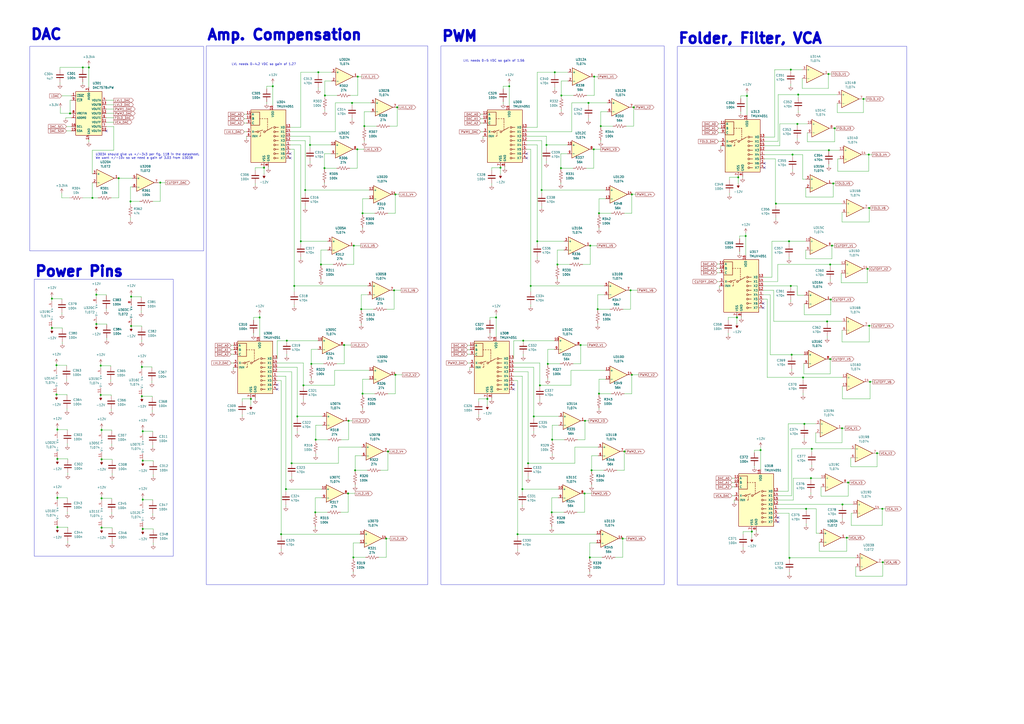
<source format=kicad_sch>
(kicad_sch (version 20230121) (generator eeschema)
  (paper "A2")
  (junction (at 58.42 212.09))
  (junction (at 346.71 179.324))
  (junction (at 481.584 153.416))
  (junction (at 30.099 173.228))
  (junction (at 188.468 55.372))
  (junction (at 483.362 106.426))
  (junction (at 342.392 142.494))
  (junction (at 488.696 292.608))
  (junction (at 33.274 288.798))
  (junction (at 176.022 223.52))
  (junction (at 323.342 153.416))
  (junction (at 459.74 89.662))
  (junction (at 33.274 266.192))
  (junction (at 484.124 74.422))
  (junction (at 82.804 267.208))
  (junction (at 174.498 139.954))
  (junction (at 55.88 170.942))
  (junction (at 58.928 266.446))
  (junction (at 480.568 42.926))
  (junction (at 184.658 41.91))
  (junction (at 311.658 139.954))
  (junction (at 169.164 268.732))
  (junction (at 188.214 97.536))
  (junction (at 467.614 295.148))
  (junction (at 170.688 165.862))
  (junction (at 201.93 286.258))
  (junction (at 204.216 59.69))
  (junction (at 342.138 323.342))
  (junction (at 207.264 86.614))
  (junction (at 470.408 277.368))
  (junction (at 463.042 54.864))
  (junction (at 82.296 229.87))
  (junction (at 150.622 184.15))
  (junction (at 366.522 112.776))
  (junction (at 180.594 211.074))
  (junction (at 282.702 231.394))
  (junction (at 320.04 297.18))
  (junction (at 207.518 44.45))
  (junction (at 504.698 221.488))
  (junction (at 457.708 139.954))
  (junction (at 205.232 142.494))
  (junction (at 92.964 105.918))
  (junction (at 313.182 223.52))
  (junction (at 58.928 249.428))
  (junction (at 51.562 39.116))
  (junction (at 224.028 312.42))
  (junction (at 209.55 179.324))
  (junction (at 427.482 184.15))
  (junction (at 163.068 309.88))
  (junction (at 182.88 297.18))
  (junction (at 145.542 231.394))
  (junction (at 229.362 112.776))
  (junction (at 344.424 86.614))
  (junction (at 183.134 255.016))
  (junction (at 210.312 228.346))
  (junction (at 362.204 261.874))
  (junction (at 348.488 73.152))
  (junction (at 470.916 260.35))
  (junction (at 436.118 308.356))
  (junction (at 465.836 218.948))
  (junction (at 228.6 168.402))
  (junction (at 462.534 71.882))
  (junction (at 503.936 89.662))
  (junction (at 303.53 197.612))
  (junction (at 205.994 272.796))
  (junction (at 367.538 62.23))
  (junction (at 508.762 262.89))
  (junction (at 317.754 211.074))
  (junction (at 325.374 97.536))
  (junction (at 432.562 136.906))
  (junction (at 503.174 155.956))
  (junction (at 341.376 59.69))
  (junction (at 457.962 323.596))
  (junction (at 339.09 286.258))
  (junction (at 58.928 289.052))
  (junction (at 511.81 295.148))
  (junction (at 458.724 40.386))
  (junction (at 165.862 283.718))
  (junction (at 33.274 249.174))
  (junction (at 314.198 110.236))
  (junction (at 365.76 168.402))
  (junction (at 158.242 50.038))
  (junction (at 466.598 245.872))
  (junction (at 482.6 142.494))
  (junction (at 344.678 44.45))
  (junction (at 441.198 261.112))
  (junction (at 290.322 97.282))
  (junction (at 339.344 244.094))
  (junction (at 153.162 97.282))
  (junction (at 295.402 50.038))
  (junction (at 211.328 73.152))
  (junction (at 316.992 84.074))
  (junction (at 306.324 268.732))
  (junction (at 300.228 309.88))
  (junction (at 480.822 87.122))
  (junction (at 504.19 188.976))
  (junction (at 450.088 118.11))
  (junction (at 481.584 208.28))
  (junction (at 32.766 228.854))
  (junction (at 40.64 65.786))
  (junction (at 68.834 103.378))
  (junction (at 199.644 200.152))
  (junction (at 177.038 110.236))
  (junction (at 459.232 205.74))
  (junction (at 58.928 306.07))
  (junction (at 366.522 217.424))
  (junction (at 488.442 248.412))
  (junction (at 179.832 84.074))
  (junction (at 347.472 228.346))
  (junction (at 30.099 190.246))
  (junction (at 287.782 184.15))
  (junction (at 33.274 305.816))
  (junction (at 166.37 197.612))
  (junction (at 32.766 211.836))
  (junction (at 58.42 229.108))
  (junction (at 321.818 41.91))
  (junction (at 361.188 312.42))
  (junction (at 172.466 241.554))
  (junction (at 75.692 116.84))
  (junction (at 347.472 123.698))
  (junction (at 307.848 165.862))
  (junction (at 491.998 279.908))
  (junction (at 55.88 187.96))
  (junction (at 479.806 186.436))
  (junction (at 210.312 123.698))
  (junction (at 82.296 212.852))
  (junction (at 229.362 217.424))
  (junction (at 428.244 102.87))
  (junction (at 491.236 311.912))
  (junction (at 504.19 120.65))
  (junction (at 433.324 55.626))
  (junction (at 202.184 244.094))
  (junction (at 53.594 114.808))
  (junction (at 309.626 241.554))
  (junction (at 48.006 39.116))
  (junction (at 481.838 173.736))
  (junction (at 76.073 189.103))
  (junction (at 325.628 55.372))
  (junction (at 82.804 306.832))
  (junction (at 82.804 289.814))
  (junction (at 225.044 261.874))
  (junction (at 303.022 283.718))
  (junction (at 76.073 172.085))
  (junction (at 343.154 272.796))
  (junction (at 336.804 200.152))
  (junction (at 458.724 165.862))
  (junction (at 500.888 57.404))
  (junction (at 186.182 153.416))
  (junction (at 230.378 62.23))
  (junction (at 82.804 250.19))
  (junction (at 320.294 255.016))
  (junction (at 512.064 326.136))
  (junction (at 204.978 323.342))
  (no_connect (at 451.358 302.768))
  (no_connect (at 451.358 300.228))
  (no_connect (at 443.484 94.742))
  (no_connect (at 305.562 91.694))
  (no_connect (at 61.722 75.946))
  (no_connect (at 168.402 91.694))
  (no_connect (at 443.484 97.282))
  (no_connect (at 297.942 225.806))
  (no_connect (at 168.402 89.154))
  (no_connect (at 442.722 176.022))
  (no_connect (at 160.782 223.266))
  (no_connect (at 297.942 223.266))
  (no_connect (at 305.562 89.154))
  (no_connect (at 160.782 225.806))
  (no_connect (at 442.722 178.562))
  (wire (pts (xy 88.646 289.814) (xy 82.804 289.814)))
  (wire (pts (xy 61.722 70.866) (xy 66.04 70.866)))
  (wire (pts (xy 473.456 295.148) (xy 473.456 309.372)))
  (wire (pts (xy 365.76 179.324) (xy 361.442 179.324)))
  (wire (pts (xy 491.236 311.912) (xy 490.474 311.912)))
  (wire (pts (xy 145.542 231.394) (xy 145.542 234.95)))
  (wire (pts (xy 199.644 200.152) (xy 203.708 200.152)))
  (wire (pts (xy 183.134 255.016) (xy 183.134 255.778)))
  (wire (pts (xy 481.584 208.28) (xy 482.6 208.28)))
  (wire (pts (xy 441.198 261.112) (xy 441.198 272.288)))
  (wire (pts (xy 35.941 181.356) (xy 35.941 182.372)))
  (wire (pts (xy 170.688 176.784) (xy 170.688 177.8)))
  (wire (pts (xy 65.024 306.578) (xy 65.024 306.07)))
  (wire (pts (xy 88.646 250.698) (xy 88.646 250.19)))
  (wire (pts (xy 224.028 312.42) (xy 226.314 312.42)))
  (wire (pts (xy 40.64 58.166) (xy 40.64 65.786)))
  (wire (pts (xy 321.818 41.91) (xy 329.438 41.91)))
  (wire (pts (xy 459.74 89.662) (xy 459.74 90.678)))
  (wire (pts (xy 331.724 59.69) (xy 341.376 59.69)))
  (wire (pts (xy 188.468 55.372) (xy 188.468 56.134)))
  (wire (pts (xy 64.77 289.56) (xy 64.77 289.052)))
  (wire (pts (xy 361.188 312.42) (xy 361.188 323.342)))
  (wire (pts (xy 443.484 82.042) (xy 451.358 82.042)))
  (wire (pts (xy 92.964 105.918) (xy 92.964 116.84)))
  (wire (pts (xy 475.234 314.452) (xy 475.234 319.786)))
  (wire (pts (xy 297.942 197.612) (xy 303.53 197.612)))
  (wire (pts (xy 329.438 46.99) (xy 325.628 46.99)))
  (wire (pts (xy 430.784 102.362) (xy 430.784 103.124)))
  (wire (pts (xy 332.486 97.536) (xy 325.374 97.536)))
  (wire (pts (xy 316.992 93.472) (xy 316.992 94.488)))
  (wire (pts (xy 303.022 283.718) (xy 323.85 283.718)))
  (wire (pts (xy 51.562 37.846) (xy 51.562 39.116)))
  (wire (pts (xy 61.976 188.468) (xy 61.976 187.96)))
  (wire (pts (xy 429.006 138.43) (xy 429.006 136.906)))
  (wire (pts (xy 211.328 73.152) (xy 211.328 73.914)))
  (wire (pts (xy 323.342 145.034) (xy 323.342 153.416)))
  (wire (pts (xy 76.073 172.085) (xy 76.073 173.355)))
  (wire (pts (xy 451.358 287.528) (xy 459.232 287.528)))
  (wire (pts (xy 445.008 173.482) (xy 442.722 173.482)))
  (wire (pts (xy 487.934 153.416) (xy 481.584 153.416)))
  (wire (pts (xy 445.008 218.948) (xy 445.008 173.482)))
  (wire (pts (xy 323.342 161.798) (xy 323.342 162.56)))
  (wire (pts (xy 194.056 223.52) (xy 194.056 214.884)))
  (wire (pts (xy 443.484 79.502) (xy 449.326 79.502)))
  (wire (pts (xy 184.658 41.91) (xy 184.658 43.18)))
  (wire (pts (xy 38.608 75.946) (xy 41.402 75.946)))
  (wire (pts (xy 470.916 260.35) (xy 493.522 260.35)))
  (wire (pts (xy 65.024 266.954) (xy 65.024 266.446)))
  (wire (pts (xy 192.278 46.99) (xy 188.468 46.99)))
  (wire (pts (xy 168.402 73.914) (xy 174.498 73.914)))
  (wire (pts (xy 186.182 161.798) (xy 186.182 162.56)))
  (wire (pts (xy 457.708 149.098) (xy 457.708 150.114)))
  (wire (pts (xy 68.834 114.808) (xy 64.516 114.808)))
  (wire (pts (xy 480.822 95.25) (xy 480.822 96.266)))
  (wire (pts (xy 168.402 78.994) (xy 179.832 78.994)))
  (wire (pts (xy 230.378 73.152) (xy 226.06 73.152)))
  (wire (pts (xy 297.942 213.106) (xy 309.626 213.106)))
  (wire (pts (xy 41.402 58.166) (xy 40.64 58.166)))
  (wire (pts (xy 160.782 210.566) (xy 176.022 210.566)))
  (wire (pts (xy 217.424 228.346) (xy 210.312 228.346)))
  (wire (pts (xy 314.198 81.534) (xy 305.562 81.534)))
  (wire (pts (xy 367.538 62.23) (xy 367.538 73.152)))
  (wire (pts (xy 345.948 309.88) (xy 300.228 309.88)))
  (wire (pts (xy 148.082 98.806) (xy 148.082 97.282)))
  (wire (pts (xy 287.782 182.372) (xy 287.782 184.15)))
  (wire (pts (xy 204.216 59.69) (xy 215.138 59.69)))
  (wire (pts (xy 68.834 103.378) (xy 68.834 114.808)))
  (wire (pts (xy 430.022 183.642) (xy 430.022 184.404)))
  (wire (pts (xy 58.928 289.052) (xy 58.928 290.322)))
  (wire (pts (xy 351.282 115.316) (xy 347.472 115.316)))
  (wire (pts (xy 82.296 229.362) (xy 82.296 229.87)))
  (wire (pts (xy 504.19 188.976) (xy 505.714 188.976)))
  (wire (pts (xy 179.832 93.472) (xy 179.832 94.488)))
  (wire (pts (xy 214.122 115.316) (xy 210.312 115.316)))
  (wire (pts (xy 446.786 170.942) (xy 442.722 170.942)))
  (wire (pts (xy 165.862 292.862) (xy 165.862 293.878)))
  (wire (pts (xy 332.74 55.372) (xy 325.628 55.372)))
  (wire (pts (xy 342.138 323.342) (xy 342.138 324.104)))
  (wire (pts (xy 457.2 284.988) (xy 457.2 245.872)))
  (wire (pts (xy 33.274 288.798) (xy 33.274 290.068)))
  (wire (pts (xy 416.052 155.702) (xy 417.322 155.702)))
  (wire (pts (xy 468.376 82.296) (xy 484.124 82.296)))
  (wire (pts (xy 488.696 218.948) (xy 465.836 218.948)))
  (wire (pts (xy 76.073 189.103) (xy 76.073 189.611)))
  (wire (pts (xy 449.326 79.502) (xy 449.326 40.386)))
  (wire (pts (xy 460.248 277.368) (xy 470.408 277.368)))
  (wire (pts (xy 325.628 55.372) (xy 325.628 56.134)))
  (wire (pts (xy 160.782 215.646) (xy 169.164 215.646)))
  (wire (pts (xy 165.862 283.718) (xy 186.69 283.718)))
  (wire (pts (xy 287.782 184.15) (xy 287.782 195.326)))
  (wire (pts (xy 278.892 68.834) (xy 280.162 68.834)))
  (wire (pts (xy 488.696 224.028) (xy 488.696 231.394)))
  (wire (pts (xy 485.902 92.202) (xy 485.902 99.314)))
  (wire (pts (xy 285.242 98.806) (xy 285.242 97.282)))
  (wire (pts (xy 346.964 264.414) (xy 343.154 264.414)))
  (wire (pts (xy 458.724 173.99) (xy 458.724 175.006)))
  (wire (pts (xy 354.584 228.346) (xy 347.472 228.346)))
  (wire (pts (xy 214.122 219.964) (xy 210.312 219.964)))
  (wire (pts (xy 163.068 309.88) (xy 163.068 310.896)))
  (wire (pts (xy 429.768 64.77) (xy 429.768 65.786)))
  (wire (pts (xy 34.798 40.386) (xy 34.798 39.116)))
  (wire (pts (xy 324.866 211.074) (xy 317.754 211.074)))
  (wire (pts (xy 82.804 288.798) (xy 82.804 289.814)))
  (wire (pts (xy 479.806 186.436) (xy 479.806 187.452)))
  (wire (pts (xy 150.622 184.15) (xy 150.622 195.326)))
  (wire (pts (xy 213.36 165.862) (xy 170.688 165.862)))
  (wire (pts (xy 305.562 76.454) (xy 331.724 76.454)))
  (wire (pts (xy 61.722 179.07) (xy 61.722 180.086)))
  (wire (pts (xy 303.53 205.486) (xy 303.53 206.502)))
  (wire (pts (xy 300.228 318.516) (xy 300.228 319.532)))
  (wire (pts (xy 422.402 184.15) (xy 427.482 184.15)))
  (wire (pts (xy 278.892 66.294) (xy 280.162 66.294)))
  (wire (pts (xy 504.19 188.976) (xy 503.682 188.976)))
  (wire (pts (xy 316.992 84.074) (xy 329.184 84.074)))
  (wire (pts (xy 75.692 116.84) (xy 75.692 108.458)))
  (wire (pts (xy 309.626 241.554) (xy 309.626 242.57)))
  (wire (pts (xy 141.732 66.294) (xy 143.002 66.294)))
  (wire (pts (xy 33.274 287.782) (xy 33.274 288.798)))
  (wire (pts (xy 300.228 309.88) (xy 300.228 220.726)))
  (wire (pts (xy 229.362 112.776) (xy 231.648 112.776)))
  (wire (pts (xy 38.1 68.834) (xy 38.1 68.326)))
  (wire (pts (xy 91.948 105.918) (xy 92.964 105.918)))
  (wire (pts (xy 48.006 40.132) (xy 48.006 39.116)))
  (wire (pts (xy 488.696 292.608) (xy 494.792 292.608)))
  (wire (pts (xy 154.686 50.038) (xy 158.242 50.038)))
  (wire (pts (xy 61.722 68.326) (xy 66.04 68.326)))
  (wire (pts (xy 511.81 304.8) (xy 511.81 295.148)))
  (wire (pts (xy 58.42 212.09) (xy 58.42 213.36)))
  (wire (pts (xy 350.266 272.796) (xy 343.154 272.796)))
  (wire (pts (xy 341.376 68.58) (xy 341.376 69.596)))
  (wire (pts (xy 61.722 63.246) (xy 66.04 63.246)))
  (wire (pts (xy 210.312 236.728) (xy 210.312 237.49)))
  (wire (pts (xy 511.81 295.148) (xy 510.032 295.148)))
  (wire (pts (xy 367.538 73.152) (xy 363.22 73.152)))
  (wire (pts (xy 458.724 165.862) (xy 458.724 166.37)))
  (wire (pts (xy 216.662 179.324) (xy 209.55 179.324)))
  (wire (pts (xy 476.25 287.782) (xy 491.998 287.782)))
  (wire (pts (xy 65.024 266.446) (xy 58.928 266.446)))
  (wire (pts (xy 75.692 116.84) (xy 75.692 118.618)))
  (wire (pts (xy 48.006 114.808) (xy 53.594 114.808)))
  (wire (pts (xy 38.862 228.854) (xy 32.766 228.854)))
  (wire (pts (xy 473.202 256.794) (xy 488.442 256.794)))
  (wire (pts (xy 82.804 266.7) (xy 82.804 267.208)))
  (wire (pts (xy 208.788 314.96) (xy 204.978 314.96)))
  (wire (pts (xy 53.594 87.122) (xy 66.04 87.122)))
  (wire (pts (xy 481.584 216.916) (xy 481.584 208.28)))
  (wire (pts (xy 491.236 319.786) (xy 491.236 311.912)))
  (wire (pts (xy 39.37 313.944) (xy 39.37 314.96)))
  (wire (pts (xy 511.81 295.148) (xy 513.842 295.148)))
  (wire (pts (xy 32.766 211.836) (xy 32.766 213.106)))
  (wire (pts (xy 512.064 334.264) (xy 512.064 326.136)))
  (wire (pts (xy 463.042 54.864) (xy 485.648 54.864)))
  (wire (pts (xy 38.608 73.406) (xy 41.402 73.406)))
  (wire (pts (xy 55.88 170.942) (xy 55.88 172.212)))
  (wire (pts (xy 431.038 317.5) (xy 431.038 318.516)))
  (wire (pts (xy 365.76 168.402) (xy 369.824 168.402)))
  (wire (pts (xy 88.138 220.98) (xy 88.138 221.996)))
  (wire (pts (xy 450.088 118.11) (xy 450.088 118.872)))
  (wire (pts (xy 449.326 40.386) (xy 458.724 40.386)))
  (wire (pts (xy 484.124 74.422) (xy 483.616 74.422)))
  (wire (pts (xy 305.562 84.074) (xy 311.658 84.074)))
  (wire (pts (xy 427.482 183.642) (xy 427.482 184.15)))
  (wire (pts (xy 305.562 78.994) (xy 316.992 78.994)))
  (wire (pts (xy 342.138 331.724) (xy 342.138 332.486)))
  (wire (pts (xy 324.104 246.634) (xy 320.294 246.634)))
  (wire (pts (xy 134.112 200.406) (xy 135.382 200.406)))
  (wire (pts (xy 488.442 186.436) (xy 479.806 186.436)))
  (wire (pts (xy 34.798 39.116) (xy 48.006 39.116)))
  (wire (pts (xy 416.814 76.962) (xy 418.084 76.962)))
  (wire (pts (xy 437.642 262.636) (xy 437.642 261.112)))
  (wire (pts (xy 148.082 97.282) (xy 153.162 97.282)))
  (wire (pts (xy 482.6 142.494) (xy 484.124 142.494)))
  (wire (pts (xy 491.236 311.912) (xy 492.506 311.912)))
  (wire (pts (xy 327.152 297.18) (xy 320.04 297.18)))
  (wire (pts (xy 316.992 84.074) (xy 316.992 85.852)))
  (wire (pts (xy 225.044 261.874) (xy 225.044 272.796)))
  (wire (pts (xy 48.006 47.752) (xy 48.006 48.514)))
  (wire (pts (xy 39.37 266.7) (xy 39.37 266.192)))
  (wire (pts (xy 53.594 100.838) (xy 53.594 87.122)))
  (wire (pts (xy 366.522 112.776) (xy 368.808 112.776)))
  (wire (pts (xy 277.622 231.394) (xy 282.702 231.394)))
  (wire (pts (xy 150.622 182.372) (xy 150.622 184.15)))
  (wire (pts (xy 347.472 236.728) (xy 347.472 237.49)))
  (wire (pts (xy 343.154 272.796) (xy 343.154 273.558)))
  (wire (pts (xy 202.184 255.016) (xy 197.866 255.016)))
  (wire (pts (xy 284.226 184.15) (xy 287.782 184.15)))
  (wire (pts (xy 458.724 165.862) (xy 462.534 165.862)))
  (wire (pts (xy 166.37 197.612) (xy 184.404 197.612)))
  (wire (pts (xy 457.962 323.596) (xy 496.316 323.596)))
  (wire (pts (xy 311.658 139.954) (xy 327.152 139.954)))
  (wire (pts (xy 467.36 150.114) (xy 482.6 150.114)))
  (wire (pts (xy 451.104 153.416) (xy 451.104 163.322)))
  (wire (pts (xy 33.274 249.174) (xy 33.274 250.444)))
  (wire (pts (xy 451.358 292.608) (xy 488.696 292.608)))
  (wire (pts (xy 331.724 76.454) (xy 331.724 59.69)))
  (wire (pts (xy 496.316 334.264) (xy 512.064 334.264)))
  (wire (pts (xy 485.648 59.944) (xy 485.648 65.278)))
  (wire (pts (xy 210.312 115.316) (xy 210.312 123.698)))
  (wire (pts (xy 480.822 87.122) (xy 480.822 87.63)))
  (wire (pts (xy 271.272 205.486) (xy 272.542 205.486)))
  (wire (pts (xy 285.242 97.282) (xy 290.322 97.282)))
  (wire (pts (xy 313.182 223.52) (xy 331.216 223.52)))
  (wire (pts (xy 155.702 96.774) (xy 155.702 97.536)))
  (wire (pts (xy 33.274 305.816) (xy 33.274 306.324)))
  (wire (pts (xy 177.038 81.534) (xy 168.402 81.534)))
  (wire (pts (xy 88.646 250.19) (xy 82.804 250.19)))
  (wire (pts (xy 313.182 210.566) (xy 313.182 223.52)))
  (wire (pts (xy 81.026 116.84) (xy 75.692 116.84)))
  (wire (pts (xy 491.998 279.908) (xy 491.49 279.908)))
  (wire (pts (xy 349.25 323.342) (xy 342.138 323.342)))
  (wire (pts (xy 362.204 261.874) (xy 362.204 272.796)))
  (wire (pts (xy 58.928 305.562) (xy 58.928 306.07)))
  (wire (pts (xy 280.162 78.994) (xy 280.162 80.264)))
  (wire (pts (xy 39.116 296.926) (xy 39.116 297.942)))
  (wire (pts (xy 58.42 211.074) (xy 58.42 212.09)))
  (wire (pts (xy 64.77 297.18) (xy 64.77 298.196)))
  (wire (pts (xy 55.88 169.926) (xy 55.88 170.942)))
  (wire (pts (xy 451.358 284.988) (xy 457.2 284.988)))
  (wire (pts (xy 163.068 318.516) (xy 163.068 319.532)))
  (wire (pts (xy 443.484 89.662) (xy 459.74 89.662)))
  (wire (pts (xy 343.154 264.414) (xy 343.154 272.796)))
  (wire (pts (xy 339.344 244.094) (xy 341.63 244.094)))
  (wire (pts (xy 331.216 214.884) (xy 351.282 214.884)))
  (wire (pts (xy 228.6 168.402) (xy 228.6 179.324)))
  (wire (pts (xy 476.25 282.448) (xy 476.25 287.782)))
  (wire (pts (xy 190.246 255.016) (xy 183.134 255.016)))
  (wire (pts (xy 182.88 297.18) (xy 182.88 297.942)))
  (wire (pts (xy 88.9 307.34) (xy 88.9 306.832)))
  (wire (pts (xy 504.19 120.65) (xy 505.206 120.65)))
  (wire (pts (xy 61.722 171.45) (xy 61.722 170.942)))
  (wire (pts (xy 354.584 123.698) (xy 347.472 123.698)))
  (wire (pts (xy 350.52 170.942) (xy 346.71 170.942)))
  (wire (pts (xy 325.374 105.918) (xy 325.374 106.68)))
  (wire (pts (xy 451.358 290.068) (xy 460.248 290.068)))
  (wire (pts (xy 224.028 323.342) (xy 219.71 323.342)))
  (wire (pts (xy 481.584 162.052) (xy 481.584 163.068)))
  (wire (pts (xy 366.522 217.424) (xy 370.586 217.424)))
  (wire (pts (xy 183.134 263.398) (xy 183.134 264.16)))
  (wire (pts (xy 153.162 96.774) (xy 153.162 97.282)))
  (wire (pts (xy 488.696 292.608) (xy 488.696 293.116)))
  (wire (pts (xy 295.402 50.038) (xy 295.402 61.214)))
  (wire (pts (xy 346.71 170.942) (xy 346.71 179.324)))
  (wire (pts (xy 433.324 55.626) (xy 433.324 66.802)))
  (wire (pts (xy 483.362 114.3) (xy 483.362 106.426)))
  (wire (pts (xy 462.534 171.196) (xy 466.598 171.196)))
  (wire (pts (xy 306.324 215.646) (xy 306.324 268.732)))
  (wire (pts (xy 64.77 289.052) (xy 58.928 289.052)))
  (wire (pts (xy 35.814 114.808) (xy 40.386 114.808)))
  (wire (pts (xy 496.316 328.676) (xy 496.316 334.264)))
  (wire (pts (xy 153.162 97.282) (xy 153.162 100.838)))
  (wire (pts (xy 35.941 173.228) (xy 30.099 173.228)))
  (wire (pts (xy 487.934 158.496) (xy 487.934 164.084)))
  (wire (pts (xy 145.542 230.886) (xy 145.542 231.394)))
  (wire (pts (xy 423.164 112.014) (xy 423.164 113.03)))
  (wire (pts (xy 488.442 256.794) (xy 488.442 248.412)))
  (wire (pts (xy 277.622 240.538) (xy 277.622 241.554)))
  (wire (pts (xy 166.37 197.612) (xy 166.37 197.866)))
  (wire (pts (xy 327.152 145.034) (xy 323.342 145.034)))
  (wire (pts (xy 432.562 135.128) (xy 432.562 136.906)))
  (wire (pts (xy 182.88 288.798) (xy 182.88 297.18)))
  (wire (pts (xy 277.622 232.918) (xy 277.622 231.394)))
  (wire (pts (xy 450.088 126.492) (xy 450.088 127.508)))
  (wire (pts (xy 88.138 213.36) (xy 88.138 212.852)))
  (wire (pts (xy 282.702 231.394) (xy 282.702 234.95)))
  (wire (pts (xy 457.962 323.596) (xy 457.962 324.358)))
  (wire (pts (xy 229.362 112.776) (xy 229.362 123.698)))
  (wire (pts (xy 207.264 86.614) (xy 211.328 86.614)))
  (wire (pts (xy 347.472 219.964) (xy 347.472 228.346)))
  (wire (pts (xy 336.804 200.152) (xy 340.868 200.152)))
  (wire (pts (xy 186.182 153.416) (xy 186.182 154.178)))
  (wire (pts (xy 467.36 114.3) (xy 483.362 114.3)))
  (wire (pts (xy 443.484 92.202) (xy 449.834 92.202)))
  (wire (pts (xy 459.74 98.298) (xy 459.74 99.314)))
  (wire (pts (xy 201.93 286.258) (xy 201.93 297.18)))
  (wire (pts (xy 205.232 142.494) (xy 205.232 153.416)))
  (wire (pts (xy 303.022 218.186) (xy 297.942 218.186)))
  (wire (pts (xy 35.052 65.786) (xy 35.052 62.484)))
  (wire (pts (xy 143.002 78.994) (xy 143.002 80.264)))
  (wire (pts (xy 81.915 172.593) (xy 81.915 172.085)))
  (wire (pts (xy 228.6 168.402) (xy 232.664 168.402)))
  (wire (pts (xy 438.658 307.848) (xy 438.658 308.61)))
  (wire (pts (xy 218.44 73.152) (xy 211.328 73.152)))
  (wire (pts (xy 55.88 187.96) (xy 55.88 188.468)))
  (wire (pts (xy 333.502 259.334) (xy 346.964 259.334)))
  (wire (pts (xy 452.374 71.882) (xy 462.534 71.882)))
  (wire (pts (xy 39.37 266.192) (xy 33.274 266.192)))
  (wire (pts (xy 512.064 326.136) (xy 511.556 326.136)))
  (wire (pts (xy 336.804 200.152) (xy 336.804 211.074)))
  (wire (pts (xy 467.36 108.966) (xy 467.36 114.3)))
  (wire (pts (xy 486.918 92.202) (xy 485.902 92.202)))
  (wire (pts (xy 347.472 132.08) (xy 347.472 132.842)))
  (wire (pts (xy 459.232 287.528) (xy 459.232 260.35)))
  (wire (pts (xy 458.724 48.768) (xy 458.724 49.784)))
  (wire (pts (xy 331.216 223.52) (xy 331.216 214.884)))
  (wire (pts (xy 32.766 228.854) (xy 32.766 229.362)))
  (wire (pts (xy 467.36 145.034) (xy 467.36 150.114)))
  (wire (pts (xy 204.978 331.724) (xy 204.978 332.486)))
  (wire (pts (xy 366.522 123.698) (xy 362.204 123.698)))
  (wire (pts (xy 314.198 110.236) (xy 314.198 112.014)))
  (wire (pts (xy 58.928 288.036) (xy 58.928 289.052)))
  (wire (pts (xy 465.582 103.886) (xy 467.36 103.886)))
  (wire (pts (xy 64.262 212.598) (xy 64.262 212.09)))
  (wire (pts (xy 361.188 312.42) (xy 363.474 312.42)))
  (wire (pts (xy 325.628 63.754) (xy 325.628 64.516)))
  (wire (pts (xy 209.55 170.942) (xy 209.55 179.324)))
  (wire (pts (xy 58.42 228.6) (xy 58.42 229.108)))
  (wire (pts (xy 465.582 89.662) (xy 465.582 103.886)))
  (wire (pts (xy 443.484 87.122) (xy 480.822 87.122)))
  (wire (pts (xy 82.169 197.231) (xy 82.169 198.247)))
  (wire (pts (xy 504.19 198.374) (xy 504.19 188.976)))
  (wire (pts (xy 188.214 89.154) (xy 188.214 97.536)))
  (wire (pts (xy 35.941 173.736) (xy 35.941 173.228)))
  (wire (pts (xy 180.594 219.456) (xy 180.594 220.218)))
  (wire (pts (xy 429.768 57.15) (xy 429.768 55.626)))
  (wire (pts (xy 416.052 163.322) (xy 417.322 163.322)))
  (wire (pts (xy 311.658 139.954) (xy 311.658 141.478)))
  (wire (pts (xy 344.678 55.372) (xy 340.36 55.372)))
  (wire (pts (xy 229.362 217.424) (xy 229.362 228.346)))
  (wire (pts (xy 362.204 261.874) (xy 362.966 261.874)))
  (wire (pts (xy 172.466 250.19) (xy 172.466 251.206)))
  (wire (pts (xy 462.534 71.882) (xy 468.376 71.882)))
  (wire (pts (xy 449.834 118.11) (xy 450.088 118.11)))
  (wire (pts (xy 205.232 153.416) (xy 200.914 153.416)))
  (wire (pts (xy 491.998 279.908) (xy 493.014 279.908)))
  (wire (pts (xy 92.964 105.918) (xy 96.012 105.918)))
  (wire (pts (xy 417.322 165.862) (xy 417.322 167.132)))
  (wire (pts (xy 423.164 104.394) (xy 423.164 102.87)))
  (wire (pts (xy 194.564 59.69) (xy 204.216 59.69)))
  (wire (pts (xy 184.658 50.8) (xy 184.658 51.816)))
  (wire (pts (xy 500.888 57.404) (xy 502.412 57.404)))
  (wire (pts (xy 58.928 248.412) (xy 58.928 249.428)))
  (wire (pts (xy 212.09 323.342) (xy 204.978 323.342)))
  (wire (pts (xy 165.862 283.718) (xy 165.862 285.242)))
  (wire (pts (xy 134.112 210.566) (xy 135.382 210.566)))
  (wire (pts (xy 147.066 184.15) (xy 150.622 184.15)))
  (wire (pts (xy 466.344 210.82) (xy 466.344 216.916)))
  (wire (pts (xy 140.462 240.538) (xy 140.462 241.554)))
  (wire (pts (xy 347.472 228.346) (xy 347.472 229.108)))
  (wire (pts (xy 75.692 126.238) (xy 75.692 127.762)))
  (wire (pts (xy 344.424 86.614) (xy 348.488 86.614)))
  (wire (pts (xy 81.915 172.085) (xy 76.073 172.085)))
  (wire (pts (xy 64.516 229.108) (xy 58.42 229.108)))
  (wire (pts (xy 342.392 142.494) (xy 342.392 153.416)))
  (wire (pts (xy 53.594 105.918) (xy 53.594 114.808)))
  (wire (pts (xy 177.038 119.634) (xy 177.038 120.65)))
  (wire (pts (xy 503.174 155.956) (xy 504.19 155.956)))
  (wire (pts (xy 195.326 97.536) (xy 188.214 97.536)))
  (wire (pts (xy 207.518 55.372) (xy 203.2 55.372)))
  (wire (pts (xy 424.688 287.528) (xy 425.958 287.528)))
  (wire (pts (xy 55.88 187.452) (xy 55.88 187.96)))
  (wire (pts (xy 303.022 292.862) (xy 303.022 293.878)))
  (wire (pts (xy 311.658 84.074) (xy 311.658 139.954)))
  (wire (pts (xy 488.442 198.374) (xy 504.19 198.374)))
  (wire (pts (xy 488.442 123.19) (xy 488.442 128.778)))
  (wire (pts (xy 204.978 323.342) (xy 204.978 324.104)))
  (wire (pts (xy 210.312 228.346) (xy 210.312 229.108)))
  (wire (pts (xy 466.598 245.872) (xy 473.202 245.872)))
  (wire (pts (xy 61.722 170.942) (xy 55.88 170.942)))
  (wire (pts (xy 48.006 39.116) (xy 51.562 39.116)))
  (wire (pts (xy 459.232 260.35) (xy 470.916 260.35)))
  (wire (pts (xy 459.232 205.74) (xy 459.232 206.502)))
  (wire (pts (xy 207.518 44.45) (xy 207.518 55.372)))
  (wire (pts (xy 504.698 221.488) (xy 506.222 221.488)))
  (wire (pts (xy 463.042 64.262) (xy 463.042 65.278)))
  (wire (pts (xy 272.542 213.106) (xy 272.542 214.376)))
  (wire (pts (xy 174.498 149.098) (xy 174.498 150.114)))
  (wire (pts (xy 230.378 62.23) (xy 231.14 62.23)))
  (wire (pts (xy 447.802 139.954) (xy 457.708 139.954)))
  (wire (pts (xy 459.74 89.662) (xy 465.582 89.662)))
  (wire (pts (xy 504.698 221.488) (xy 503.936 221.488)))
  (wire (pts (xy 451.358 82.042) (xy 451.358 54.864)))
  (wire (pts (xy 82.804 250.19) (xy 82.804 251.46)))
  (wire (pts (xy 452.374 84.582) (xy 452.374 71.882)))
  (wire (pts (xy 285.242 230.886) (xy 285.242 231.648)))
  (wire (pts (xy 148.082 106.426) (xy 148.082 107.442)))
  (wire (pts (xy 468.376 76.962) (xy 468.376 82.296)))
  (wire (pts (xy 228.6 179.324) (xy 224.282 179.324)))
  (wire (pts (xy 347.472 115.316) (xy 347.472 123.698)))
  (wire (pts (xy 504.698 231.394) (xy 504.698 221.488)))
  (wire (pts (xy 278.892 76.454) (xy 280.162 76.454)))
  (wire (pts (xy 325.374 89.154) (xy 325.374 97.536)))
  (wire (pts (xy 503.174 164.084) (xy 503.174 155.956)))
  (wire (pts (xy 429.768 55.626) (xy 433.324 55.626)))
  (wire (pts (xy 160.782 213.106) (xy 172.466 213.106)))
  (wire (pts (xy 179.832 78.994) (xy 179.832 84.074)))
  (wire (pts (xy 348.488 64.77) (xy 348.488 73.152)))
  (wire (pts (xy 82.296 229.87) (xy 82.296 230.378)))
  (wire (pts (xy 303.022 283.718) (xy 303.022 285.242)))
  (wire (pts (xy 487.934 164.084) (xy 503.174 164.084)))
  (wire (pts (xy 154.686 59.182) (xy 154.686 60.198)))
  (wire (pts (xy 134.112 202.946) (xy 135.382 202.946)))
  (wire (pts (xy 466.598 176.276) (xy 466.598 182.626)))
  (wire (pts (xy 467.614 295.148) (xy 473.456 295.148)))
  (wire (pts (xy 342.138 314.96) (xy 342.138 323.342)))
  (wire (pts (xy 88.646 290.322) (xy 88.646 289.814)))
  (wire (pts (xy 210.312 219.964) (xy 210.312 228.346)))
  (wire (pts (xy 465.328 51.308) (xy 480.568 51.308)))
  (wire (pts (xy 451.358 297.688) (xy 457.708 297.688)))
  (wire (pts (xy 76.073 188.595) (xy 76.073 189.103)))
  (wire (pts (xy 313.182 223.52) (xy 313.182 224.028)))
  (wire (pts (xy 82.169 189.103) (xy 76.073 189.103)))
  (wire (pts (xy 61.722 58.166) (xy 66.04 58.166)))
  (wire (pts (xy 61.976 187.96) (xy 55.88 187.96)))
  (wire (pts (xy 470.916 260.35) (xy 470.916 262.128)))
  (wire (pts (xy 297.942 210.566) (xy 313.182 210.566)))
  (wire (pts (xy 38.608 212.344) (xy 38.608 211.836)))
  (wire (pts (xy 366.522 112.776) (xy 366.522 123.698)))
  (wire (pts (xy 292.862 96.774) (xy 292.862 97.536)))
  (wire (pts (xy 176.022 210.566) (xy 176.022 223.52)))
  (wire (pts (xy 493.776 304.8) (xy 511.81 304.8)))
  (wire (pts (xy 443.484 84.582) (xy 452.374 84.582)))
  (wire (pts (xy 416.052 153.162) (xy 417.322 153.162)))
  (wire (pts (xy 176.022 223.52) (xy 176.022 224.028)))
  (wire (pts (xy 307.848 165.862) (xy 307.848 169.164)))
  (wire (pts (xy 176.022 223.52) (xy 194.056 223.52)))
  (wire (pts (xy 158.242 50.038) (xy 158.242 61.214)))
  (wire (pts (xy 58.928 265.938) (xy 58.928 266.446)))
  (wire (pts (xy 341.376 59.69) (xy 341.376 60.96)))
  (wire (pts (xy 314.198 110.236) (xy 314.198 81.534)))
  (wire (pts (xy 88.392 230.378) (xy 88.392 229.87)))
  (wire (pts (xy 141.732 76.454) (xy 143.002 76.454)))
  (wire (pts (xy 500.888 65.278) (xy 500.888 57.404)))
  (wire (pts (xy 209.804 264.414) (xy 205.994 264.414)))
  (wire (pts (xy 209.55 187.706) (xy 209.55 188.468)))
  (wire (pts (xy 416.814 74.422) (xy 418.084 74.422)))
  (wire (pts (xy 229.362 123.698) (xy 225.044 123.698)))
  (wire (pts (xy 188.214 105.918) (xy 188.214 106.68)))
  (wire (pts (xy 457.708 139.954) (xy 467.36 139.954)))
  (wire (pts (xy 422.402 193.294) (xy 422.402 194.31)))
  (wire (pts (xy 303.53 197.612) (xy 321.564 197.612)))
  (wire (pts (xy 330.454 153.416) (xy 323.342 153.416)))
  (wire (pts (xy 229.362 228.346) (xy 225.044 228.346)))
  (wire (pts (xy 320.04 288.798) (xy 320.04 297.18)))
  (wire (pts (xy 470.408 277.368) (xy 476.25 277.368)))
  (wire (pts (xy 186.69 288.798) (xy 182.88 288.798)))
  (wire (pts (xy 160.782 208.026) (xy 160.782 197.612)))
  (wire (pts (xy 459.232 205.74) (xy 446.786 205.74)))
  (wire (pts (xy 451.358 54.864) (xy 463.042 54.864)))
  (wire (pts (xy 224.028 312.42) (xy 224.028 323.342)))
  (wire (pts (xy 351.282 110.236) (xy 314.198 110.236)))
  (wire (pts (xy 174.498 84.074) (xy 174.498 139.954)))
  (wire (pts (xy 465.836 228.092) (xy 465.836 229.108)))
  (wire (pts (xy 323.342 153.416) (xy 323.342 154.178)))
  (wire (pts (xy 184.404 202.692) (xy 180.594 202.692)))
  (wire (pts (xy 51.562 39.116) (xy 51.562 50.546)))
  (wire (pts (xy 39.37 306.324) (xy 39.37 305.816)))
  (wire (pts (xy 38.608 211.836) (xy 32.766 211.836)))
  (wire (pts (xy 82.804 267.208) (xy 82.804 267.716)))
  (wire (pts (xy 309.626 241.554) (xy 324.104 241.554)))
  (wire (pts (xy 30.099 173.228) (xy 30.099 174.498)))
  (wire (pts (xy 180.594 211.074) (xy 180.594 211.836)))
  (wire (pts (xy 347.472 123.698) (xy 347.472 124.46)))
  (wire (pts (xy 209.55 179.324) (xy 209.55 180.086)))
  (wire (pts (xy 194.056 214.884) (xy 214.122 214.884)))
  (wire (pts (xy 317.754 219.456) (xy 317.754 220.218)))
  (wire (pts (xy 213.36 170.942) (xy 209.55 170.942)))
  (wire (pts (xy 479.806 195.072) (xy 479.806 196.088)))
  (wire (pts (xy 35.814 112.014) (xy 35.814 114.808)))
  (wire (pts (xy 205.994 281.178) (xy 205.994 281.94)))
  (wire (pts (xy 39.116 249.174) (xy 33.274 249.174)))
  (wire (pts (xy 457.962 331.978) (xy 457.962 332.994)))
  (wire (pts (xy 462.534 71.882) (xy 462.534 72.644)))
  (wire (pts (xy 416.814 71.882) (xy 418.084 71.882)))
  (wire (pts (xy 503.936 89.662) (xy 502.158 89.662)))
  (wire (pts (xy 207.264 97.536) (xy 202.946 97.536)))
  (wire (pts (xy 320.294 246.634) (xy 320.294 255.016)))
  (wire (pts (xy 311.658 149.098) (xy 311.658 150.114)))
  (wire (pts (xy 225.044 272.796) (xy 220.726 272.796)))
  (wire (pts (xy 484.124 74.422) (xy 485.14 74.422)))
  (wire (pts (xy 199.644 211.074) (xy 195.326 211.074)))
  (wire (pts (xy 366.522 217.424) (xy 366.522 228.346)))
  (wire (pts (xy 163.068 220.726) (xy 160.782 220.726)))
  (wire (pts (xy 491.998 287.782) (xy 491.998 279.908)))
  (wire (pts (xy 429.006 146.05) (xy 429.006 147.066)))
  (wire (pts (xy 64.77 249.936) (xy 64.77 249.428)))
  (wire (pts (xy 482.6 150.114) (xy 482.6 142.494)))
  (wire (pts (xy 140.462 232.918) (xy 140.462 231.394)))
  (wire (pts (xy 493.776 297.688) (xy 493.776 304.8)))
  (wire (pts (xy 88.646 258.318) (xy 88.646 259.334)))
  (wire (pts (xy 333.502 268.732) (xy 333.502 259.334)))
  (wire (pts (xy 179.832 84.074) (xy 192.024 84.074)))
  (wire (pts (xy 170.688 165.862) (xy 170.688 169.164)))
  (wire (pts (xy 82.804 306.832) (xy 82.804 307.34)))
  (wire (pts (xy 431.038 308.356) (xy 436.118 308.356)))
  (wire (pts (xy 278.892 71.374) (xy 280.162 71.374)))
  (wire (pts (xy 188.214 97.536) (xy 188.214 98.298)))
  (wire (pts (xy 285.242 106.426) (xy 285.242 107.442)))
  (wire (pts (xy 88.9 306.832) (xy 82.804 306.832)))
  (wire (pts (xy 202.184 244.094) (xy 202.184 255.016)))
  (wire (pts (xy 307.848 176.784) (xy 307.848 177.8)))
  (wire (pts (xy 352.298 64.77) (xy 348.488 64.77)))
  (wire (pts (xy 485.648 65.278) (xy 500.888 65.278)))
  (wire (pts (xy 437.642 270.256) (xy 437.642 271.272)))
  (wire (pts (xy 428.244 102.87) (xy 428.244 106.426)))
  (wire (pts (xy 458.724 40.386) (xy 458.724 41.148)))
  (wire (pts (xy 36.195 198.374) (xy 36.195 199.39)))
  (wire (pts (xy 446.786 205.74) (xy 446.786 170.942)))
  (wire (pts (xy 493.522 265.43) (xy 493.522 270.764)))
  (wire (pts (xy 211.328 81.534) (xy 211.328 82.296)))
  (wire (pts (xy 172.466 241.554) (xy 186.944 241.554)))
  (wire (pts (xy 82.804 289.814) (xy 82.804 291.084)))
  (wire (pts (xy 297.942 215.646) (xy 306.324 215.646)))
  (wire (pts (xy 61.722 65.786) (xy 66.04 65.786)))
  (wire (pts (xy 339.09 286.258) (xy 339.09 297.18)))
  (wire (pts (xy 65.024 314.198) (xy 65.024 315.214)))
  (wire (pts (xy 30.099 190.246) (xy 30.099 190.754)))
  (wire (pts (xy 313.182 231.648) (xy 313.182 232.664)))
  (wire (pts (xy 88.392 229.87) (xy 82.296 229.87)))
  (wire (pts (xy 168.402 76.454) (xy 194.564 76.454)))
  (wire (pts (xy 88.9 275.336) (xy 88.9 276.352)))
  (wire (pts (xy 154.686 51.562) (xy 154.686 50.038)))
  (wire (pts (xy 271.272 210.566) (xy 272.542 210.566)))
  (wire (pts (xy 32.766 228.346) (xy 32.766 228.854)))
  (wire (pts (xy 483.362 106.426) (xy 484.632 106.426)))
  (wire (pts (xy 188.468 63.754) (xy 188.468 64.516)))
  (wire (pts (xy 229.362 217.424) (xy 233.426 217.424)))
  (wire (pts (xy 182.88 305.562) (xy 182.88 306.324)))
  (wire (pts (xy 186.182 145.034) (xy 186.182 153.416)))
  (wire (pts (xy 215.138 64.77) (xy 211.328 64.77)))
  (wire (pts (xy 284.226 193.294) (xy 284.226 194.31)))
  (wire (pts (xy 339.344 244.094) (xy 339.344 255.016)))
  (wire (pts (xy 158.242 48.26) (xy 158.242 50.038)))
  (wire (pts (xy 465.328 45.466) (xy 465.328 51.308)))
  (wire (pts (xy 82.296 211.836) (xy 82.296 212.852)))
  (wire (pts (xy 192.024 89.154) (xy 188.214 89.154)))
  (wire (pts (xy 344.678 44.45) (xy 346.964 44.45)))
  (wire (pts (xy 170.688 86.614) (xy 168.402 86.614)))
  (wire (pts (xy 170.688 86.614) (xy 170.688 165.862)))
  (wire (pts (xy 488.696 231.394) (xy 504.698 231.394)))
  (wire (pts (xy 30.099 189.738) (xy 30.099 190.246)))
  (wire (pts (xy 88.392 237.998) (xy 88.392 239.014)))
  (wire (pts (xy 189.992 145.034) (xy 186.182 145.034)))
  (wire (pts (xy 195.58 55.372) (xy 188.468 55.372)))
  (wire (pts (xy 323.85 288.798) (xy 320.04 288.798)))
  (wire (pts (xy 41.402 65.786) (xy 40.64 65.786)))
  (wire (pts (xy 205.232 142.494) (xy 209.296 142.494)))
  (wire (pts (xy 339.09 286.258) (xy 343.154 286.258)))
  (wire (pts (xy 271.272 200.406) (xy 272.542 200.406)))
  (wire (pts (xy 169.164 215.646) (xy 169.164 268.732)))
  (wire (pts (xy 309.626 213.106) (xy 309.626 241.554)))
  (wire (pts (xy 457.708 297.688) (xy 457.708 323.596)))
  (wire (pts (xy 201.93 286.258) (xy 205.994 286.258)))
  (wire (pts (xy 179.832 84.074) (xy 179.832 85.852)))
  (wire (pts (xy 493.522 270.764) (xy 508.762 270.764)))
  (wire (pts (xy 418.084 84.582) (xy 418.084 85.852)))
  (wire (pts (xy 202.184 244.094) (xy 204.47 244.094)))
  (wire (pts (xy 341.376 59.69) (xy 352.298 59.69)))
  (wire (pts (xy 165.862 283.718) (xy 165.862 218.186)))
  (wire (pts (xy 508.762 262.89) (xy 510.286 262.89)))
  (wire (pts (xy 38.862 236.982) (xy 38.862 237.998)))
  (wire (pts (xy 311.658 73.914) (xy 311.658 41.91)))
  (wire (pts (xy 291.846 59.182) (xy 291.846 60.198)))
  (wire (pts (xy 82.169 189.611) (xy 82.169 189.103)))
  (wire (pts (xy 291.846 50.038) (xy 295.402 50.038)))
  (wire (pts (xy 166.37 205.486) (xy 166.37 206.502)))
  (wire (pts (xy 465.836 218.948) (xy 465.836 220.472)))
  (wire (pts (xy 470.408 285.75) (xy 470.408 286.766)))
  (wire (pts (xy 447.802 160.782) (xy 447.802 139.954)))
  (wire (pts (xy 470.916 269.748) (xy 470.916 270.764)))
  (wire (pts (xy 40.64 65.786) (xy 35.052 65.786)))
  (wire (pts (xy 148.082 230.886) (xy 148.082 231.648)))
  (wire (pts (xy 290.322 97.282) (xy 290.322 100.838)))
  (wire (pts (xy 481.838 182.626) (xy 481.838 173.736)))
  (wire (pts (xy 481.584 153.416) (xy 451.104 153.416)))
  (wire (pts (xy 466.598 254.254) (xy 466.598 255.27)))
  (wire (pts (xy 342.392 153.416) (xy 338.074 153.416)))
  (wire (pts (xy 416.052 158.242) (xy 417.322 158.242)))
  (wire (pts (xy 284.226 185.674) (xy 284.226 184.15)))
  (wire (pts (xy 346.71 179.324) (xy 346.71 180.086)))
  (wire (pts (xy 431.038 309.88) (xy 431.038 308.356)))
  (wire (pts (xy 321.564 202.692) (xy 317.754 202.692)))
  (wire (pts (xy 451.358 295.148) (xy 467.614 295.148)))
  (wire (pts (xy 488.442 248.412) (xy 490.22 248.412)))
  (wire (pts (xy 479.806 186.436) (xy 448.818 186.436)))
  (wire (pts (xy 480.822 87.122) (xy 486.918 87.122)))
  (wire (pts (xy 38.608 219.964) (xy 38.608 220.98)))
  (wire (pts (xy 346.71 187.706) (xy 346.71 188.468)))
  (wire (pts (xy 295.402 48.26) (xy 295.402 50.038)))
  (wire (pts (xy 458.724 40.386) (xy 465.328 40.386)))
  (wire (pts (xy 300.228 309.88) (xy 300.228 310.896)))
  (wire (pts (xy 462.534 80.264) (xy 462.534 81.28)))
  (wire (pts (xy 508.762 270.764) (xy 508.762 262.89)))
  (wire (pts (xy 160.782 197.612) (xy 166.37 197.612)))
  (wire (pts (xy 64.516 229.616) (xy 64.516 229.108)))
  (wire (pts (xy 141.732 71.374) (xy 143.002 71.374)))
  (wire (pts (xy 436.118 307.848) (xy 436.118 308.356)))
  (wire (pts (xy 196.342 268.732) (xy 196.342 259.334)))
  (wire (pts (xy 466.344 205.74) (xy 459.232 205.74)))
  (wire (pts (xy 441.198 259.334) (xy 441.198 261.112)))
  (wire (pts (xy 32.766 210.82) (xy 32.766 211.836)))
  (wire (pts (xy 61.722 73.406) (xy 66.04 73.406)))
  (wire (pts (xy 88.9 267.208) (xy 82.804 267.208)))
  (wire (pts (xy 33.274 248.158) (xy 33.274 249.174)))
  (wire (pts (xy 187.706 211.074) (xy 180.594 211.074)))
  (wire (pts (xy 465.836 218.948) (xy 445.008 218.948)))
  (wire (pts (xy 437.642 261.112) (xy 441.198 261.112)))
  (wire (pts (xy 317.754 202.692) (xy 317.754 211.074)))
  (wire (pts (xy 36.195 190.246) (xy 30.099 190.246)))
  (wire (pts (xy 35.814 55.626) (xy 41.402 55.626)))
  (wire (pts (xy 483.362 106.426) (xy 482.6 106.426)))
  (wire (pts (xy 88.646 297.942) (xy 88.646 298.958)))
  (wire (pts (xy 488.696 300.736) (xy 488.696 301.752)))
  (wire (pts (xy 38.862 229.362) (xy 38.862 228.854)))
  (wire (pts (xy 217.424 123.698) (xy 210.312 123.698)))
  (wire (pts (xy 172.466 241.554) (xy 172.466 242.57)))
  (wire (pts (xy 211.328 64.77) (xy 211.328 73.152)))
  (wire (pts (xy 307.848 86.614) (xy 305.562 86.614)))
  (wire (pts (xy 53.594 114.808) (xy 56.896 114.808)))
  (wire (pts (xy 470.408 277.368) (xy 470.408 278.13)))
  (wire (pts (xy 504.19 120.65) (xy 503.682 120.65)))
  (wire (pts (xy 361.188 323.342) (xy 356.87 323.342)))
  (wire (pts (xy 64.516 237.236) (xy 64.516 238.252)))
  (wire (pts (xy 177.038 110.236) (xy 177.038 81.534)))
  (wire (pts (xy 329.184 89.154) (xy 325.374 89.154)))
  (wire (pts (xy 320.04 305.562) (xy 320.04 306.324)))
  (wire (pts (xy 64.262 220.218) (xy 64.262 221.234)))
  (wire (pts (xy 339.344 255.016) (xy 335.026 255.016)))
  (wire (pts (xy 365.76 168.402) (xy 365.76 179.324)))
  (wire (pts (xy 38.1 68.326) (xy 41.402 68.326)))
  (wire (pts (xy 305.562 73.914) (xy 311.658 73.914)))
  (wire (pts (xy 481.584 153.416) (xy 481.584 154.432)))
  (wire (pts (xy 503.936 89.662) (xy 505.968 89.662)))
  (wire (pts (xy 39.37 305.816) (xy 33.274 305.816)))
  (wire (pts (xy 204.978 314.96) (xy 204.978 323.342)))
  (wire (pts (xy 463.042 54.864) (xy 463.042 56.642)))
  (wire (pts (xy 297.942 208.026) (xy 297.942 197.612)))
  (wire (pts (xy 68.834 103.378) (xy 76.708 103.378)))
  (wire (pts (xy 61.722 60.706) (xy 66.04 60.706)))
  (wire (pts (xy 449.834 92.202) (xy 449.834 118.11)))
  (wire (pts (xy 473.456 309.372) (xy 475.234 309.372)))
  (wire (pts (xy 169.164 268.732) (xy 196.342 268.732)))
  (wire (pts (xy 204.216 59.69) (xy 204.216 60.96)))
  (wire (pts (xy 135.382 213.106) (xy 135.382 214.376)))
  (wire (pts (xy 210.312 123.698) (xy 210.312 124.46)))
  (wire (pts (xy 306.324 276.352) (xy 306.324 277.368)))
  (wire (pts (xy 345.948 314.96) (xy 342.138 314.96)))
  (wire (pts (xy 325.374 97.536) (xy 325.374 98.298)))
  (wire (pts (xy 362.204 272.796) (xy 357.886 272.796)))
  (wire (pts (xy 177.038 110.236) (xy 177.038 112.014)))
  (wire (pts (xy 442.722 160.782) (xy 447.802 160.782)))
  (wire (pts (xy 39.116 289.306) (xy 39.116 288.798)))
  (wire (pts (xy 34.798 48.006) (xy 34.798 48.768)))
  (wire (pts (xy 512.064 326.136) (xy 513.08 326.136)))
  (wire (pts (xy 176.022 231.648) (xy 176.022 232.664)))
  (wire (pts (xy 459.232 214.122) (xy 459.232 215.138)))
  (wire (pts (xy 467.614 303.784) (xy 467.614 304.8)))
  (wire (pts (xy 475.234 319.786) (xy 491.236 319.786)))
  (wire (pts (xy 344.424 86.614) (xy 344.424 97.536)))
  (wire (pts (xy 205.994 264.414) (xy 205.994 272.796)))
  (wire (pts (xy 485.902 99.314) (xy 503.936 99.314)))
  (wire (pts (xy 450.088 118.11) (xy 488.442 118.11)))
  (wire (pts (xy 457.708 323.596) (xy 457.962 323.596)))
  (wire (pts (xy 174.498 139.954) (xy 189.992 139.954)))
  (wire (pts (xy 321.818 50.8) (xy 321.818 51.816)))
  (wire (pts (xy 424.688 279.908) (xy 425.958 279.908)))
  (wire (pts (xy 466.598 245.872) (xy 466.598 246.634)))
  (wire (pts (xy 290.322 96.774) (xy 290.322 97.282)))
  (wire (pts (xy 481.838 173.736) (xy 482.854 173.736)))
  (wire (pts (xy 147.066 185.674) (xy 147.066 184.15)))
  (wire (pts (xy 186.944 246.634) (xy 183.134 246.634)))
  (wire (pts (xy 488.442 191.516) (xy 488.442 198.374)))
  (wire (pts (xy 194.564 76.454) (xy 194.564 59.69)))
  (wire (pts (xy 343.154 281.178) (xy 343.154 281.94)))
  (wire (pts (xy 344.424 97.536) (xy 340.106 97.536)))
  (wire (pts (xy 504.19 128.778) (xy 504.19 120.65)))
  (wire (pts (xy 271.272 202.946) (xy 272.542 202.946)))
  (wire (pts (xy 172.466 213.106) (xy 172.466 241.554)))
  (wire (pts (xy 140.462 231.394) (xy 145.542 231.394)))
  (wire (pts (xy 199.644 200.152) (xy 199.644 211.074)))
  (wire (pts (xy 351.282 219.964) (xy 347.472 219.964)))
  (wire (pts (xy 196.342 259.334) (xy 209.804 259.334)))
  (wire (pts (xy 436.118 308.356) (xy 436.118 311.912)))
  (wire (pts (xy 282.702 230.886) (xy 282.702 231.394)))
  (wire (pts (xy 484.124 82.296) (xy 484.124 74.422)))
  (wire (pts (xy 355.6 73.152) (xy 348.488 73.152)))
  (wire (pts (xy 473.202 250.952) (xy 473.202 256.794)))
  (wire (pts (xy 204.216 68.58) (xy 204.216 69.596)))
  (wire (pts (xy 321.818 41.91) (xy 321.818 43.18)))
  (wire (pts (xy 169.164 276.352) (xy 169.164 277.368)))
  (wire (pts (xy 466.598 182.626) (xy 481.838 182.626)))
  (wire (pts (xy 66.04 87.122) (xy 66.04 73.406)))
  (wire (pts (xy 189.992 297.18) (xy 182.88 297.18)))
  (wire (pts (xy 230.378 62.23) (xy 230.378 73.152)))
  (wire (pts (xy 432.562 136.906) (xy 432.562 148.082)))
  (wire (pts (xy 422.402 185.674) (xy 422.402 184.15)))
  (wire (pts (xy 424.688 277.368) (xy 425.958 277.368)))
  (wire (pts (xy 424.688 282.448) (xy 425.958 282.448)))
  (wire (pts (xy 183.134 246.634) (xy 183.134 255.016)))
  (wire (pts (xy 39.116 257.302) (xy 39.116 258.318)))
  (wire (pts (xy 88.9 267.716) (xy 88.9 267.208)))
  (wire (pts (xy 65.024 274.574) (xy 65.024 275.59)))
  (wire (pts (xy 306.324 268.732) (xy 333.502 268.732)))
  (wire (pts (xy 494.792 297.688) (xy 493.776 297.688)))
  (wire (pts (xy 327.406 255.016) (xy 320.294 255.016)))
  (wire (pts (xy 58.928 266.446) (xy 58.928 266.954)))
  (wire (pts (xy 466.344 216.916) (xy 481.584 216.916)))
  (wire (pts (xy 82.296 212.852) (xy 82.296 214.122)))
  (wire (pts (xy 325.628 46.99) (xy 325.628 55.372)))
  (wire (pts (xy 480.568 51.308) (xy 480.568 42.926)))
  (wire (pts (xy 210.312 132.08) (xy 210.312 132.842)))
  (wire (pts (xy 467.614 295.148) (xy 467.614 296.164)))
  (wire (pts (xy 225.044 261.874) (xy 225.806 261.874)))
  (wire (pts (xy 348.488 73.152) (xy 348.488 73.914)))
  (wire (pts (xy 165.862 218.186) (xy 160.782 218.186)))
  (wire (pts (xy 425.958 290.068) (xy 425.958 291.338)))
  (wire (pts (xy 353.822 179.324) (xy 346.71 179.324)))
  (wire (pts (xy 188.468 46.99) (xy 188.468 55.372)))
  (wire (pts (xy 30.099 172.212) (xy 30.099 173.228)))
  (wire (pts (xy 503.936 99.314) (xy 503.936 89.662)))
  (wire (pts (xy 180.594 202.692) (xy 180.594 211.074)))
  (wire (pts (xy 64.262 212.09) (xy 58.42 212.09)))
  (wire (pts (xy 58.928 306.07) (xy 58.928 306.578)))
  (wire (pts (xy 320.294 255.016) (xy 320.294 255.778)))
  (wire (pts (xy 33.274 265.684) (xy 33.274 266.192)))
  (wire (pts (xy 416.814 82.042) (xy 418.084 82.042)))
  (wire (pts (xy 451.104 163.322) (xy 442.722 163.322)))
  (wire (pts (xy 81.915 180.213) (xy 81.915 181.229)))
  (wire (pts (xy 303.53 197.612) (xy 303.53 197.866)))
  (wire (pts (xy 480.568 42.926) (xy 482.346 42.926)))
  (wire (pts (xy 457.2 245.872) (xy 466.598 245.872)))
  (wire (pts (xy 423.164 102.87) (xy 428.244 102.87)))
  (wire (pts (xy 309.626 250.19) (xy 309.626 251.206)))
  (wire (pts (xy 303.022 283.718) (xy 303.022 218.186)))
  (wire (pts (xy 214.122 110.236) (xy 177.038 110.236)))
  (wire (pts (xy 344.678 44.45) (xy 344.678 55.372)))
  (wire (pts (xy 168.402 84.074) (xy 174.498 84.074)))
  (wire (pts (xy 442.722 165.862) (xy 458.724 165.862)))
  (wire (pts (xy 33.274 305.308) (xy 33.274 305.816)))
  (wire (pts (xy 350.52 165.862) (xy 307.848 165.862)))
  (wire (pts (xy 65.024 306.07) (xy 58.928 306.07)))
  (wire (pts (xy 193.294 153.416) (xy 186.182 153.416)))
  (wire (pts (xy 339.09 297.18) (xy 334.772 297.18)))
  (wire (pts (xy 320.04 297.18) (xy 320.04 297.942)))
  (wire (pts (xy 213.106 272.796) (xy 205.994 272.796)))
  (wire (pts (xy 429.006 136.906) (xy 432.562 136.906)))
  (wire (pts (xy 64.77 257.556) (xy 64.77 258.572)))
  (wire (pts (xy 58.928 249.428) (xy 58.928 250.698)))
  (wire (pts (xy 208.788 309.88) (xy 163.068 309.88)))
  (wire (pts (xy 134.112 205.486) (xy 135.382 205.486)))
  (wire (pts (xy 320.294 263.398) (xy 320.294 264.16)))
  (wire (pts (xy 51.562 81.026) (xy 51.562 82.296)))
  (wire (pts (xy 460.248 290.068) (xy 460.248 277.368)))
  (wire (pts (xy 58.42 229.108) (xy 58.42 229.616)))
  (wire (pts (xy 342.392 142.494) (xy 346.456 142.494)))
  (wire (pts (xy 307.848 86.614) (xy 307.848 165.862)))
  (wire (pts (xy 61.976 196.088) (xy 61.976 197.104)))
  (wire (pts (xy 88.9 314.96) (xy 88.9 315.976)))
  (wire (pts (xy 348.488 81.534) (xy 348.488 82.296)))
  (wire (pts (xy 36.195 190.754) (xy 36.195 190.246)))
  (wire (pts (xy 82.804 306.324) (xy 82.804 306.832)))
  (wire (pts (xy 82.804 249.174) (xy 82.804 250.19)))
  (wire (pts (xy 300.228 220.726) (xy 297.942 220.726)))
  (wire (pts (xy 174.498 139.954) (xy 174.498 141.478)))
  (wire (pts (xy 448.818 168.402) (xy 442.722 168.402)))
  (wire (pts (xy 448.818 186.436) (xy 448.818 168.402)))
  (wire (pts (xy 366.522 228.346) (xy 362.204 228.346)))
  (wire (pts (xy 76.073 171.069) (xy 76.073 172.085)))
  (wire (pts (xy 428.244 102.362) (xy 428.244 102.87)))
  (wire (pts (xy 433.324 53.848) (xy 433.324 55.626)))
  (wire (pts (xy 311.658 41.91) (xy 321.818 41.91)))
  (wire (pts (xy 314.198 119.634) (xy 314.198 120.65)))
  (wire (pts (xy 174.498 73.914) (xy 174.498 41.91)))
  (wire (pts (xy 207.518 44.45) (xy 209.804 44.45)))
  (wire (pts (xy 184.658 41.91) (xy 192.278 41.91)))
  (wire (pts (xy 39.116 288.798) (xy 33.274 288.798)))
  (wire (pts (xy 488.442 128.778) (xy 504.19 128.778)))
  (wire (pts (xy 367.538 62.23) (xy 368.3 62.23)))
  (wire (pts (xy 201.93 297.18) (xy 197.612 297.18)))
  (wire (pts (xy 141.732 68.834) (xy 143.002 68.834)))
  (wire (pts (xy 33.274 266.192) (xy 33.274 266.7)))
  (wire (pts (xy 457.708 139.954) (xy 457.708 141.478)))
  (wire (pts (xy 316.992 78.994) (xy 316.992 84.074)))
  (wire (pts (xy 39.37 274.32) (xy 39.37 275.336)))
  (wire (pts (xy 64.77 249.428) (xy 58.928 249.428)))
  (wire (pts (xy 88.138 212.852) (xy 82.296 212.852)))
  (wire (pts (xy 462.534 165.862) (xy 462.534 171.196)))
  (wire (pts (xy 336.804 211.074) (xy 332.486 211.074)))
  (wire (pts (xy 291.846 51.562) (xy 291.846 50.038)))
  (wire (pts (xy 92.964 116.84) (xy 88.646 116.84)))
  (wire (pts (xy 75.692 108.458) (xy 76.708 108.458)))
  (wire (pts (xy 207.264 86.614) (xy 207.264 97.536)))
  (wire (pts (xy 174.498 41.91) (xy 184.658 41.91)))
  (wire (pts (xy 39.116 249.682) (xy 39.116 249.174)))
  (wire (pts (xy 147.066 193.294) (xy 147.066 194.31)))
  (wire (pts (xy 317.754 211.074) (xy 317.754 211.836)))
  (wire (pts (xy 163.068 309.88) (xy 163.068 220.726)))
  (wire (pts (xy 205.994 272.796) (xy 205.994 273.558)))
  (wire (pts (xy 427.482 184.15) (xy 427.482 187.706)))
  (rectangle (start 17.272 26.924) (end 118.11 145.542))
  (rectangle (start 255.778 26.67) (end 385.318 339.09))
  (rectangle (start 19.812 162.052) (end 100.584 322.58))
  (rectangle (start 392.938 26.924) (end 526.034 339.344))
  (rectangle (start 119.634 26.67) (end 248.158 339.09))
  (text "Power Pins" (at 19.812 161.036 0) (effects (font (size 6 6) (thickness 3.6) bold) (justify left bottom)))
  (text "LVL needs 0-4.2 VDC so gain of 1.27 " (at 134.366 38.1 0) (effects (font (size 1.27 1.27)) (justify left bottom)))
  (text "PWM" (at 255.778 24.638 0) (effects (font (size 6 6) (thickness 3.6) bold) (justify left bottom)))
  (text "Amp. Compensation" (at 119.634 23.876 0) (effects (font (size 6 6) (thickness 3.6) bold) (justify left bottom)))
  (text "Folder, Filter, VCA" (at 392.938 25.908 0) (effects (font (size 6 6) (thickness 3.6) bold) (justify left bottom)))
  (text "U303A should give us +/-3v3 per fig. 118 in the datasheet.\nWe want +/-10v so we need a gain of 3.03 from U303B" (at 55.372 92.456 0) (effects (font (size 1.27 1.27)) (justify left bottom)))
  (text "LVL needs 0-5 VDC so gain of 1.56" (at 268.732 36.068 0) (effects (font (size 1.27 1.27)) (justify left bottom)))
  (text "DAC" (at 17.272 23.622 0) (effects (font (size 6 6) (thickness 3.6) bold) (justify left bottom)))
  (global_label "PWM1_V1" (shape output) (at 346.964 44.45 0) (property "Intersheetrefs" "${INTERSHEET_REFS}" (effects hide)))
  (global_label "DAC_A1" (shape input) (at 141.732 68.834 180) (property "Intersheetrefs" "${INTERSHEET_REFS}" (effects hide)))
  (global_label "CUTOFF_DAC" (shape input) (at 416.052 163.322 180) (property "Intersheetrefs" "${INTERSHEET_REFS}" (effects hide)))
  (global_label "PWM2_DAC" (shape output) (at 66.04 65.786 0) (property "Intersheetrefs" "${INTERSHEET_REFS}" (effects hide)))
  (global_label "PWM2_V3" (shape output) (at 341.63 244.094 0) (property "Intersheetrefs" "${INTERSHEET_REFS}" (effects hide)))
  (global_label "DAC_A2" (shape input) (at 278.892 71.374 180) (property "Intersheetrefs" "${INTERSHEET_REFS}" (effects hide)))
  (global_label "PWM1_V4" (shape output) (at 368.808 112.776 0) (property "Intersheetrefs" "${INTERSHEET_REFS}" (effects hide)))
  (global_label "DAC_A2" (shape input) (at 424.688 282.448 180) (property "Intersheetrefs" "${INTERSHEET_REFS}" (effects hide)))
  (global_label "PWM2_V2" (shape output) (at 370.586 217.424 0) (property "Intersheetrefs" "${INTERSHEET_REFS}" (effects hide)))
  (global_label "CUTOFF_V1" (shape output) (at 484.124 142.494 0) (property "Intersheetrefs" "${INTERSHEET_REFS}" (effects hide)))
  (global_label "LVL2_V6" (shape output) (at 226.314 312.42 0) (property "Intersheetrefs" "${INTERSHEET_REFS}" (effects hide)))
  (global_label "LVL1_V3" (shape output) (at 211.328 86.614 0) (property "Intersheetrefs" "${INTERSHEET_REFS}" (effects hide)))
  (global_label "CUTOFF_V5" (shape output) (at 482.6 208.28 0) (property "Intersheetrefs" "${INTERSHEET_REFS}" (effects hide)))
  (global_label "LDAC" (shape input) (at 35.814 55.626 180) (property "Intersheetrefs" "${INTERSHEET_REFS}" (effects hide)))
  (global_label "DAC_A1" (shape input) (at 424.688 279.908 180) (property "Intersheetrefs" "${INTERSHEET_REFS}" (effects hide)))
  (global_label "LVL2_V2" (shape output) (at 233.426 217.424 0) (property "Intersheetrefs" "${INTERSHEET_REFS}" (effects hide)))
  (global_label "FOLD_V6" (shape output) (at 505.206 120.65 0) (property "Intersheetrefs" "${INTERSHEET_REFS}" (effects hide)))
  (global_label "DAC_A0" (shape input) (at 134.112 200.406 180) (property "Intersheetrefs" "${INTERSHEET_REFS}" (effects hide)))
  (global_label "LVL1_V5" (shape output) (at 209.296 142.494 0) (property "Intersheetrefs" "${INTERSHEET_REFS}" (effects hide)))
  (global_label "DAC_A2" (shape input) (at 416.052 158.242 180) (property "Intersheetrefs" "${INTERSHEET_REFS}" (effects hide)))
  (global_label "FOLD_V1" (shape output) (at 482.346 42.926 0) (property "Intersheetrefs" "${INTERSHEET_REFS}" (effects hide)))
  (global_label "DAC_A2" (shape input) (at 271.272 205.486 180) (property "Intersheetrefs" "${INTERSHEET_REFS}" (effects hide)))
  (global_label "PWM2_DAC" (shape input) (at 271.272 210.566 180) (property "Intersheetrefs" "${INTERSHEET_REFS}" (effects hide)))
  (global_label "VCA_V3" (shape output) (at 493.014 279.908 0) (property "Intersheetrefs" "${INTERSHEET_REFS}" (effects hide)))
  (global_label "PWM2_V6" (shape output) (at 363.474 312.42 0) (property "Intersheetrefs" "${INTERSHEET_REFS}" (effects hide)))
  (global_label "LVL1_DAC" (shape output) (at 66.04 58.166 0) (property "Intersheetrefs" "${INTERSHEET_REFS}" (effects hide)))
  (global_label "CUTOFF_DAC" (shape output) (at 96.012 105.918 0) (property "Intersheetrefs" "${INTERSHEET_REFS}" (effects hide)))
  (global_label "CUTOFF_V6" (shape output) (at 506.222 221.488 0) (property "Intersheetrefs" "${INTERSHEET_REFS}" (effects hide)))
  (global_label "LVL2_V1" (shape output) (at 203.708 200.152 0) (property "Intersheetrefs" "${INTERSHEET_REFS}" (effects hide)))
  (global_label "PWM1_V3" (shape output) (at 348.488 86.614 0) (property "Intersheetrefs" "${INTERSHEET_REFS}" (effects hide)))
  (global_label "VCA_V5" (shape output) (at 492.506 311.912 0) (property "Intersheetrefs" "${INTERSHEET_REFS}" (effects hide)))
  (global_label "FOLD_V3" (shape output) (at 485.14 74.422 0) (property "Intersheetrefs" "${INTERSHEET_REFS}" (effects hide)))
  (global_label "CUTOFF_V2" (shape output) (at 504.19 155.956 0) (property "Intersheetrefs" "${INTERSHEET_REFS}" (effects hide)))
  (global_label "PWM1_V5" (shape output) (at 346.456 142.494 0) (property "Intersheetrefs" "${INTERSHEET_REFS}" (effects hide)))
  (global_label "DAC_A1" (shape input) (at 271.272 202.946 180) (property "Intersheetrefs" "${INTERSHEET_REFS}" (effects hide)))
  (global_label "DAC_A0" (shape input) (at 424.688 277.368 180) (property "Intersheetrefs" "${INTERSHEET_REFS}" (effects hide)))
  (global_label "FOLD_V5" (shape output) (at 484.632 106.426 0) (property "Intersheetrefs" "${INTERSHEET_REFS}" (effects hide)))
  (global_label "DAC_SDA" (shape input) (at 38.608 75.946 180) (property "Intersheetrefs" "${INTERSHEET_REFS}" (effects hide)))
  (global_label "VCA_V6" (shape output) (at 513.08 326.136 0) (property "Intersheetrefs" "${INTERSHEET_REFS}" (effects hide)))
  (global_label "CUTOFF_V3" (shape output) (at 482.854 173.736 0) (property "Intersheetrefs" "${INTERSHEET_REFS}" (effects hide)))
  (global_label "CUTOFF_V4" (shape output) (at 505.714 188.976 0) (property "Intersheetrefs" "${INTERSHEET_REFS}" (effects hide)))
  (global_label "DAC_A0" (shape input) (at 141.732 66.294 180) (property "Intersheetrefs" "${INTERSHEET_REFS}" (effects hide)))
  (global_label "DAC_A2" (shape input) (at 416.814 76.962 180) (property "Intersheetrefs" "${INTERSHEET_REFS}" (effects hide)))
  (global_label "LVL1_V1" (shape output) (at 209.804 44.45 0) (property "Intersheetrefs" "${INTERSHEET_REFS}" (effects hide)))
  (global_label "DAC_A1" (shape input) (at 416.052 155.702 180) (property "Intersheetrefs" "${INTERSHEET_REFS}" (effects hide)))
  (global_label "DAC_A1" (shape input) (at 134.112 202.946 180) (property "Intersheetrefs" "${INTERSHEET_REFS}" (effects hide)))
  (global_label "LVL2_V3" (shape output) (at 204.47 244.094 0) (property "Intersheetrefs" "${INTERSHEET_REFS}" (effects hide)))
  (global_label "DAC_A0" (shape input) (at 416.052 153.162 180) (property "Intersheetrefs" "${INTERSHEET_REFS}" (effects hide)))
  (global_label "PWM1_V2" (shape output) (at 368.3 62.23 0) (property "Intersheetrefs" "${INTERSHEET_REFS}" (effects hide)))
  (global_label "FOLD_V2" (shape output) (at 502.412 57.404 0) (property "Intersheetrefs" "${INTERSHEET_REFS}" (effects hide)))
  (global_label "LVL2_DAC" (shape input) (at 134.112 210.566 180) (property "Intersheetrefs" "${INTERSHEET_REFS}" (effects hide)))
  (global_label "DAC_A0" (shape input) (at 278.892 66.294 180) (property "Intersheetrefs" "${INTERSHEET_REFS}" (effects hide)))
  (global_label "VCA_V4" (shape output) (at 513.842 295.148 0) (property "Intersheetrefs" "${INTERSHEET_REFS}" (effects hide)))
  (global_label "LVL2_V4" (shape output) (at 225.806 261.874 0) (property "Intersheetrefs" "${INTERSHEET_REFS}" (effects hide)))
  (global_label "PWM1_V6" (shape output) (at 369.824 168.402 0) (property "Intersheetrefs" "${INTERSHEET_REFS}" (effects hide)))
  (global_label "VCA_DAC" (shape output) (at 66.04 70.866 0) (property "Intersheetrefs" "${INTERSHEET_REFS}" (effects hide)))
  (global_label "PWM1_DAC" (shape output) (at 66.04 63.246 0) (property "Intersheetrefs" "${INTERSHEET_REFS}" (effects hide)))
  (global_label "DAC_A0" (shape input) (at 271.272 200.406 180) (property "Intersheetrefs" "${INTERSHEET_REFS}" (effects hide)))
  (global_label "PWM2_V1" (shape output) (at 340.868 200.152 0) (property "Intersheetrefs" "${INTERSHEET_REFS}" (effects hide)))
  (global_label "FOLD_DAC" (shape input) (at 416.814 82.042 180) (property "Intersheetrefs" "${INTERSHEET_REFS}" (effects hide)))
  (global_label "LVL1_DAC" (shape input) (at 141.732 76.454 180) (property "Intersheetrefs" "${INTERSHEET_REFS}" (effects hide)))
  (global_label "DAC_A0" (shape input) (at 416.814 71.882 180) (property "Intersheetrefs" "${INTERSHEET_REFS}" (effects hide)))
  (global_label "DAC_A1" (shape input) (at 416.814 74.422 180) (property "Intersheetrefs" "${INTERSHEET_REFS}" (effects hide)))
  (global_label "FOLD_V4" (shape output) (at 505.968 89.662 0) (property "Intersheetrefs" "${INTERSHEET_REFS}" (effects hide)))
  (global_label "DAC_A2" (shape input) (at 134.112 205.486 180) (property "Intersheetrefs" "${INTERSHEET_REFS}" (effects hide)))
  (global_label "PWM1_DAC" (shape input) (at 278.892 76.454 180) (property "Intersheetrefs" "${INTERSHEET_REFS}" (effects hide)))
  (global_label "PWM2_V5" (shape output) (at 343.154 286.258 0) (property "Intersheetrefs" "${INTERSHEET_REFS}" (effects hide)))
  (global_label "FOLD_DAC" (shape output) (at 66.04 68.326 0) (property "Intersheetrefs" "${INTERSHEET_REFS}" (effects hide)))
  (global_label "LVL2_DAC" (shape output) (at 66.04 60.706 0) (property "Intersheetrefs" "${INTERSHEET_REFS}" (effects hide)))
  (global_label "LVL1_V6" (shape output) (at 232.664 168.402 0) (property "Intersheetrefs" "${INTERSHEET_REFS}" (effects hide)))
  (global_label "VCA_V2" (shape output) (at 510.286 262.89 0) (property "Intersheetrefs" "${INTERSHEET_REFS}" (effects hide)))
  (global_label "PWM2_V4" (shape output) (at 362.966 261.874 0) (property "Intersheetrefs" "${INTERSHEET_REFS}" (effects hide)))
  (global_label "VCA_DAC" (shape input) (at 424.688 287.528 180) (property "Intersheetrefs" "${INTERSHEET_REFS}" (effects hide)))
  (global_label "DAC_SCL" (shape input) (at 38.608 73.406 180) (property "Intersheetrefs" "${INTERSHEET_REFS}" (effects hide)))
  (global_label "DAC_A1" (shape input) (at 278.892 68.834 180) (property "Intersheetrefs" "${INTERSHEET_REFS}" (effects hide)))
  (global_label "LVL1_V2" (shape output) (at 231.14 62.23 0) (property "Intersheetrefs" "${INTERSHEET_REFS}" (effects hide)))
  (global_label "VCA_V1" (shape output) (at 490.22 248.412 0) (property "Intersheetrefs" "${INTERSHEET_REFS}" (effects hide)))
  (global_label "DAC_A2" (shape input) (at 141.732 71.374 180) (property "Intersheetrefs" "${INTERSHEET_REFS}" (effects hide)))
  (global_label "LVL1_V4" (shape output) (at 231.648 112.776 0) (property "Intersheetrefs" "${INTERSHEET_REFS}" (effects hide)))
  (global_label "LVL2_V5" (shape output) (at 205.994 286.258 0) (property "Intersheetrefs" "${INTERSHEET_REFS}" (effects hide)))
  (symbol (lib_id "power:GND") (at 82.169 198.247 0) (unit 1)
    (property "Reference" "#PWR0460" (effects hide))
    (property "Value" "GND" (effects hide))
  )
  (symbol (lib_id "power:GND") (at 88.392 239.014 0) (unit 1)
    (property "Reference" "#PWR0440" (effects hide))
    (property "Value" "GND" (effects hide))
  )
  (symbol (lib_id "power:GND") (at 429.006 147.066 0) (unit 1)
    (property "Reference" "#PWR0423" (effects hide))
    (property "Value" "GND" (effects hide))
  )
  (symbol (lib_id "Amplifier_Operational:TL074") (at 474.218 173.736 0) (unit 1)
    (property "Reference" "U316" (at 474.218 163.83 0))
    (property "Value" "TL074" (at 474.218 166.37 0))
    (property "Footprint" "Package_SO:SOIC-14_3.9x8.7mm_P1.27mm" (effects hide))
    (property "Datasheet" "http://www.ti.com/lit/ds/symlink/tl071.pdf" (effects hide))
  )
  (symbol (lib_id "Amplifier_Operational:TL074") (at 221.742 217.424 0) (unit 4)
    (property "Reference" "U305" (at 221.742 207.01 0))
    (property "Value" "TL074" (at 221.742 209.55 0))
    (property "Footprint" "Package_SO:SOIC-14_3.9x8.7mm_P1.27mm" (effects hide))
    (property "Datasheet" "http://www.ti.com/lit/ds/symlink/tl071.pdf" (effects hide))
  )
  (symbol (lib_id "power:GND") (at 166.37 206.502 0) (mirror y) (unit 1)
    (property "Reference" "#PWR0351" (effects hide))
    (property "Value" "GND" (effects hide))
  )
  (symbol (lib_id "Amplifier_Operational:TL074") (at 358.14 168.402 0) (unit 2)
    (property "Reference" "U310" (at 358.14 159.004 0))
    (property "Value" "TL074" (at 358.14 161.544 0))
    (property "Footprint" "Package_SO:SOIC-14_3.9x8.7mm_P1.27mm" (effects hide))
    (property "Datasheet" "http://www.ti.com/lit/ds/symlink/tl071.pdf" (effects hide))
  )
  (symbol (lib_id "Device:R_US") (at 317.754 215.646 180) (unit 1)
    (property "Reference" "R327" (at 320.548 214.376 0) (effects (justify right)))
    (property "Value" "100k" (at 320.548 216.916 0) (effects (justify right)))
    (property "Footprint" "PCM_Resistor_SMD_AKL:R_0805_2012Metric" (effects hide))
  )
  (symbol (lib_id "Amplifier_Operational:TL074") (at 501.142 262.89 0) (unit 2)
    (property "Reference" "U319" (at 501.142 253.492 0))
    (property "Value" "TL074" (at 501.142 256.032 0))
    (property "Footprint" "Package_SO:SOIC-14_3.9x8.7mm_P1.27mm" (effects hide))
    (property "Datasheet" "http://www.ti.com/lit/ds/symlink/tl071.pdf" (effects hide))
  )
  (symbol (lib_id "Amplifier_Operational:TL074") (at 79.756 221.742 0) (mirror y) (unit 5)
    (property "Reference" "U316" (at 81.026 220.472 0) (effects (justify left)))
    (property "Value" "TL074" (at 81.026 223.012 0) (effects (justify left)))
    (property "Footprint" "Package_SO:SOIC-14_3.9x8.7mm_P1.27mm" (effects hide))
    (property "Datasheet" "http://www.ti.com/lit/ds/symlink/tl071.pdf" (effects hide))
  )
  (symbol (lib_id "Device:C") (at 422.402 189.484 0) (mirror y) (unit 1)
    (property "Reference" "C358" (at 418.846 188.214 0) (effects (justify left)))
    (property "Value" "100n" (at 418.846 190.754 0) (effects (justify left)))
    (property "Footprint" "Capacitor_SMD:C_0805_2012Metric" (effects hide))
  )
  (symbol (lib_id "Device:R_US") (at 221.234 228.346 90) (unit 1)
    (property "Reference" "R326" (at 221.234 222.504 90))
    (property "Value" "27k" (at 221.234 225.044 90))
    (property "Footprint" "PCM_Resistor_SMD_AKL:R_0805_2012Metric" (effects hide))
  )
  (symbol (lib_id "power:-12V") (at 282.702 234.95 180) (unit 1)
    (property "Reference" "#PWR0361" (effects hide))
    (property "Value" "-12V" (at 282.702 239.776 0))
  )
  (symbol (lib_id "Device:C") (at 38.608 216.154 0) (unit 1)
    (property "Reference" "C363" (at 42.164 214.884 0) (effects (justify left)))
    (property "Value" "100n" (at 42.164 217.424 0) (effects (justify left)))
    (property "Footprint" "Capacitor_SMD:C_0805_2012Metric" (effects hide))
  )
  (symbol (lib_id "Device:C") (at 65.024 270.764 0) (unit 1)
    (property "Reference" "C308" (at 68.58 269.494 0) (effects (justify left)))
    (property "Value" "100n" (at 68.58 272.034 0) (effects (justify left)))
    (property "Footprint" "Capacitor_SMD:C_0805_2012Metric" (effects hide))
  )
  (symbol (lib_id "power:GND") (at 325.628 64.516 0) (unit 1)
    (property "Reference" "#PWR0386" (effects hide))
    (property "Value" "GND" (effects hide))
  )
  (symbol (lib_id "Amplifier_Operational:TL074") (at 222.758 62.23 0) (unit 2)
    (property "Reference" "U302" (at 222.758 52.578 0))
    (property "Value" "TL074" (at 222.758 55.118 0))
    (property "Footprint" "Package_SO:SOIC-14_3.9x8.7mm_P1.27mm" (effects hide))
    (property "Datasheet" "http://www.ti.com/lit/ds/symlink/tl071.pdf" (effects hide))
  )
  (symbol (lib_id "power:GND") (at 423.164 113.03 0) (unit 1)
    (property "Reference" "#PWR0408" (effects hide))
    (property "Value" "GND" (effects hide))
  )
  (symbol (lib_id "power:GND") (at 462.534 81.28 0) (unit 1)
    (property "Reference" "#PWR0415" (effects hide))
    (property "Value" "GND" (effects hide))
  )
  (symbol (lib_id "Device:C") (at 172.466 246.38 0) (unit 1)
    (property "Reference" "C322" (at 175.26 245.11 0) (effects (justify left)))
    (property "Value" "470n" (at 175.26 247.65 0) (effects (justify left)))
    (property "Footprint" "Capacitor_SMD:C_0805_2012Metric" (effects hide))
  )
  (symbol (lib_id "Device:C") (at 459.232 210.312 0) (mirror y) (unit 1)
    (property "Reference" "C369" (at 455.676 209.042 0) (effects (justify left)))
    (property "Value" "470n" (at 455.676 211.582 0) (effects (justify left)))
    (property "Footprint" "Capacitor_SMD:C_0805_2012Metric" (effects hide))
  )
  (symbol (lib_id "Amplifier_Operational:TL074") (at 493.268 57.404 0) (unit 2)
    (property "Reference" "U314" (at 493.268 48.006 0))
    (property "Value" "TL074" (at 493.268 50.546 0))
    (property "Footprint" "Package_SO:SOIC-14_3.9x8.7mm_P1.27mm" (effects hide))
    (property "Datasheet" "http://www.ti.com/lit/ds/symlink/tl071.pdf" (effects hide))
  )
  (symbol (lib_id "power:GND") (at 61.722 180.086 0) (unit 1)
    (property "Reference" "#PWR0463" (effects hide))
    (property "Value" "GND" (effects hide))
  )
  (symbol (lib_id "Amplifier_Operational:TL074") (at 496.062 188.976 0) (unit 2)
    (property "Reference" "U316" (at 496.062 178.562 0))
    (property "Value" "TL074" (at 496.062 181.102 0))
    (property "Footprint" "Package_SO:SOIC-14_3.9x8.7mm_P1.27mm" (effects hide))
    (property "Datasheet" "http://www.ti.com/lit/ds/symlink/tl071.pdf" (effects hide))
  )
  (symbol (lib_id "power:GND") (at 470.408 286.766 0) (unit 1)
    (property "Reference" "#PWR0452" (effects hide))
    (property "Value" "GND" (effects hide))
  )
  (symbol (lib_id "power:GND") (at 155.702 97.536 0) (unit 1)
    (property "Reference" "#PWR0315" (effects hide))
    (property "Value" "GND" (effects hide))
  )
  (symbol (lib_id "power:GND") (at 307.848 177.8 0) (mirror y) (unit 1)
    (property "Reference" "#PWR0374" (effects hide))
    (property "Value" "GND" (effects hide))
  )
  (symbol (lib_id "Amplifier_Operational:TL074") (at 353.568 312.42 0) (unit 4)
    (property "Reference" "U311" (at 353.568 302.26 0))
    (property "Value" "TL074" (at 353.568 304.8 0))
    (property "Footprint" "Package_SO:SOIC-14_3.9x8.7mm_P1.27mm" (effects hide))
    (property "Datasheet" "http://www.ti.com/lit/ds/symlink/tl071.pdf" (effects hide))
  )
  (symbol (lib_id "Amplifier_Operational:TL074") (at 494.538 89.662 0) (unit 4)
    (property "Reference" "U314" (at 494.538 80.01 0))
    (property "Value" "TL074" (at 494.538 82.55 0))
    (property "Footprint" "Package_SO:SOIC-14_3.9x8.7mm_P1.27mm" (effects hide))
    (property "Datasheet" "http://www.ti.com/lit/ds/symlink/tl071.pdf" (effects hide))
  )
  (symbol (lib_id "Device:R_US") (at 199.136 97.536 90) (unit 1)
    (property "Reference" "R306" (at 199.136 91.694 90))
    (property "Value" "27k" (at 199.136 94.234 90))
    (property "Footprint" "PCM_Resistor_SMD_AKL:R_0805_2012Metric" (effects hide))
  )
  (symbol (lib_id "Device:C") (at 481.584 158.242 0) (mirror y) (unit 1)
    (property "Reference" "C360" (at 478.028 156.972 0) (effects (justify left)))
    (property "Value" "470n" (at 478.028 159.512 0) (effects (justify left)))
    (property "Footprint" "Capacitor_SMD:C_0805_2012Metric" (effects hide))
  )
  (symbol (lib_id "Amplifier_Operational:TL074") (at 496.062 120.65 0) (unit 2)
    (property "Reference" "U315" (at 496.062 110.744 0))
    (property "Value" "TL074" (at 496.062 113.284 0))
    (property "Footprint" "Package_SO:SOIC-14_3.9x8.7mm_P1.27mm" (effects hide))
    (property "Datasheet" "http://www.ti.com/lit/ds/symlink/tl071.pdf" (effects hide))
  )
  (symbol (lib_id "Device:C") (at 88.392 234.188 0) (unit 1)
    (property "Reference" "C368" (at 91.948 232.918 0) (effects (justify left)))
    (property "Value" "100n" (at 91.948 235.458 0) (effects (justify left)))
    (property "Footprint" "Capacitor_SMD:C_0805_2012Metric" (effects hide))
  )
  (symbol (lib_id "power:-12V") (at 82.804 267.716 180) (unit 1)
    (property "Reference" "#PWR0340" (effects hide))
    (property "Value" "-12V" (at 82.804 273.05 0))
  )
  (symbol (lib_id "power:GND") (at 209.55 188.468 0) (unit 1)
    (property "Reference" "#PWR0328" (effects hide))
    (property "Value" "GND" (effects hide))
  )
  (symbol (lib_id "Device:C") (at 429.768 60.96 0) (mirror y) (unit 1)
    (property "Reference" "C350" (at 426.212 59.69 0) (effects (justify left)))
    (property "Value" "100n" (at 426.212 62.23 0) (effects (justify left)))
    (property "Footprint" "Capacitor_SMD:C_0805_2012Metric" (effects hide))
  )
  (symbol (lib_id "Device:C") (at 88.9 271.526 0) (unit 1)
    (property "Reference" "C312" (at 92.456 270.256 0) (effects (justify left)))
    (property "Value" "100n" (at 92.456 272.796 0) (effects (justify left)))
    (property "Footprint" "Capacitor_SMD:C_0805_2012Metric" (effects hide))
  )
  (symbol (lib_id "Device:C") (at 184.658 46.99 0) (mirror y) (unit 1)
    (property "Reference" "C313" (at 181.102 45.72 0) (effects (justify left)))
    (property "Value" "470n" (at 181.102 48.26 0) (effects (justify left)))
    (property "Footprint" "Capacitor_SMD:C_0805_2012Metric" (effects hide))
  )
  (symbol (lib_id "power:GND") (at 210.312 132.842 0) (unit 1)
    (property "Reference" "#PWR0322" (effects hide))
    (property "Value" "GND" (effects hide))
  )
  (symbol (lib_id "Device:R_US") (at 354.076 272.796 90) (unit 1)
    (property "Reference" "R346" (at 354.076 266.7 90))
    (property "Value" "56k" (at 354.076 269.24 90))
    (property "Footprint" "PCM_Resistor_SMD_AKL:R_0805_2012Metric" (effects hide))
  )
  (symbol (lib_id "power:GND") (at 459.74 99.314 0) (unit 1)
    (property "Reference" "#PWR0417" (effects hide))
    (property "Value" "GND" (effects hide))
  )
  (symbol (lib_id "Device:R_US") (at 211.328 77.724 180) (unit 1)
    (property "Reference" "R307" (at 213.868 76.454 0) (effects (justify right)))
    (property "Value" "100k" (at 213.868 78.994 0) (effects (justify right)))
    (property "Footprint" "PCM_Resistor_SMD_AKL:R_0805_2012Metric" (effects hide))
  )
  (symbol (lib_id "Amplifier_Operational:TL074") (at 221.742 112.776 0) (unit 4)
    (property "Reference" "U302" (at 221.742 102.616 0))
    (property "Value" "TL074" (at 221.742 105.156 0))
    (property "Footprint" "Package_SO:SOIC-14_3.9x8.7mm_P1.27mm" (effects hide))
    (property "Datasheet" "http://www.ti.com/lit/ds/symlink/tl071.pdf" (effects hide))
  )
  (symbol (lib_id "power:GND") (at 320.04 306.324 0) (unit 1)
    (property "Reference" "#PWR0381" (effects hide))
    (property "Value" "GND" (effects hide))
  )
  (symbol (lib_id "Amplifier_Operational:TL074") (at 192.024 200.152 0) (unit 3)
    (property "Reference" "U305" (at 192.024 191.262 0))
    (property "Value" "TL074" (at 192.024 193.802 0))
    (property "Footprint" "Package_SO:SOIC-14_3.9x8.7mm_P1.27mm" (effects hide))
    (property "Datasheet" "http://www.ti.com/lit/ds/symlink/tl071.pdf" (effects hide))
  )
  (symbol (lib_id "Device:C") (at 64.77 253.746 0) (unit 1)
    (property "Reference" "C307" (at 68.326 252.476 0) (effects (justify left)))
    (property "Value" "100n" (at 68.326 255.016 0) (effects (justify left)))
    (property "Footprint" "Capacitor_SMD:C_0805_2012Metric" (effects hide))
  )
  (symbol (lib_id "power:GND") (at 148.082 107.442 0) (unit 1)
    (property "Reference" "#PWR0319" (effects hide))
    (property "Value" "GND" (effects hide))
  )
  (symbol (lib_id "Device:C") (at 36.195 194.564 0) (unit 1)
    (property "Reference" "C380" (at 39.751 193.294 0) (effects (justify left)))
    (property "Value" "100n" (at 39.751 195.834 0) (effects (justify left)))
    (property "Footprint" "Capacitor_SMD:C_0805_2012Metric" (effects hide))
  )
  (symbol (lib_id "power:GND") (at 35.941 182.372 0) (unit 1)
    (property "Reference" "#PWR0457" (effects hide))
    (property "Value" "GND" (effects hide))
  )
  (symbol (lib_id "power:+12V") (at 32.766 210.82 0) (unit 1)
    (property "Reference" "#PWR0429" (effects hide))
    (property "Value" "+12V" (at 32.766 205.486 0))
  )
  (symbol (lib_id "power:GND") (at 176.022 232.664 0) (mirror y) (unit 1)
    (property "Reference" "#PWR0353" (effects hide))
    (property "Value" "GND" (effects hide))
  )
  (symbol (lib_id "Device:R_US") (at 336.55 55.372 90) (unit 1)
    (property "Reference" "R338" (at 336.55 49.53 90))
    (property "Value" "56k" (at 336.55 52.07 90))
    (property "Footprint" "PCM_Resistor_SMD_AKL:R_0805_2012Metric" (effects hide))
  )
  (symbol (lib_id "Device:C") (at 284.226 189.484 0) (mirror y) (unit 1)
    (property "Reference" "C327" (at 280.67 188.214 0) (effects (justify left)))
    (property "Value" "100n" (at 280.67 190.754 0) (effects (justify left)))
    (property "Footprint" "Capacitor_SMD:C_0805_2012Metric" (effects hide))
  )
  (symbol (lib_id "Amplifier_Operational:TL074") (at 194.31 286.258 0) (unit 3)
    (property "Reference" "U307" (at 194.31 276.86 0))
    (property "Value" "TL074" (at 194.31 279.4 0))
    (property "Footprint" "Package_SO:SOIC-14_3.9x8.7mm_P1.27mm" (effects hide))
    (property "Datasheet" "http://www.ti.com/lit/ds/symlink/tl071.pdf" (effects hide))
  )
  (symbol (lib_id "Amplifier_Operational:TL072") (at 53.34 179.832 0) (mirror y) (unit 3)
    (property "Reference" "U320" (at 54.991 178.562 0) (effects (justify left)))
    (property "Value" "TL072" (at 54.991 181.102 0) (effects (justify left)))
    (property "Footprint" "Package_SO:SOIC-8_3.9x4.9mm_P1.27mm" (effects hide))
    (property "Datasheet" "http://www.ti.com/lit/ds/symlink/tl071.pdf" (effects hide))
  )
  (symbol (lib_id "power:GND") (at 277.622 241.554 0) (unit 1)
    (property "Reference" "#PWR0359" (effects hide))
    (property "Value" "GND" (effects hide))
  )
  (symbol (lib_id "Amplifier_Operational:TL074") (at 331.47 286.258 0) (unit 3)
    (property "Reference" "U311" (at 331.47 276.86 0))
    (property "Value" "TL074" (at 331.47 279.4 0))
    (property "Footprint" "Package_SO:SOIC-14_3.9x8.7mm_P1.27mm" (effects hide))
    (property "Datasheet" "http://www.ti.com/lit/ds/symlink/tl071.pdf" (effects hide))
  )
  (symbol (lib_id "Amplifier_Operational:TL074") (at 27.559 182.118 0) (mirror y) (unit 5)
    (property "Reference" "U319" (at 29.337 180.848 0) (effects (justify left)))
    (property "Value" "TL074" (at 29.337 183.388 0) (effects (justify left)))
    (property "Footprint" "Package_SO:SOIC-14_3.9x8.7mm_P1.27mm" (effects hide))
    (property "Datasheet" "http://www.ti.com/lit/ds/symlink/tl071.pdf" (effects hide))
  )
  (symbol (lib_id "Device:R_US") (at 199.39 55.372 90) (unit 1)
    (property "Reference" "R302" (at 199.39 49.784 90))
    (property "Value" "27k" (at 199.39 52.324 90))
    (property "Footprint" "PCM_Resistor_SMD_AKL:R_0805_2012Metric" (effects hide))
  )
  (symbol (lib_id "Amplifier_Operational:TL074") (at 334.772 142.494 0) (unit 1)
    (property "Reference" "U310" (at 334.772 132.334 0))
    (property "Value" "TL074" (at 334.772 134.874 0))
    (property "Footprint" "Package_SO:SOIC-14_3.9x8.7mm_P1.27mm" (effects hide))
    (property "Datasheet" "http://www.ti.com/lit/ds/symlink/tl071.pdf" (effects hide))
  )
  (symbol (lib_id "Device:C") (at 309.626 246.38 0) (unit 1)
    (property "Reference" "C335" (at 312.42 245.11 0) (effects (justify left)))
    (property "Value" "470n" (at 312.42 247.65 0) (effects (justify left)))
    (property "Footprint" "Capacitor_SMD:C_0805_2012Metric" (effects hide))
  )
  (symbol (lib_id "Amplifier_Operational:TL074") (at 473.964 208.28 0) (unit 3)
    (property "Reference" "U316" (at 473.964 198.12 0))
    (property "Value" "TL074" (at 473.964 200.66 0))
    (property "Footprint" "Package_SO:SOIC-14_3.9x8.7mm_P1.27mm" (effects hide))
    (property "Datasheet" "http://www.ti.com/lit/ds/symlink/tl071.pdf" (effects hide))
  )
  (symbol (lib_id "Device:R_US") (at 84.836 116.84 90) (unit 1)
    (property "Reference" "R361" (at 84.836 110.49 90))
    (property "Value" "100k" (at 84.836 113.03 90))
    (property "Footprint" "PCM_Resistor_SMD_AKL:R_0805_2012Metric" (effects hide))
  )
  (symbol (lib_id "Device:C") (at 140.462 236.728 0) (mirror y) (unit 1)
    (property "Reference" "C309" (at 136.906 235.458 0) (effects (justify left)))
    (property "Value" "100n" (at 136.906 237.998 0) (effects (justify left)))
    (property "Footprint" "Capacitor_SMD:C_0805_2012Metric" (effects hide))
  )
  (symbol (lib_id "power:-12V") (at 153.162 100.838 180) (unit 1)
    (property "Reference" "#PWR0320" (effects hide))
    (property "Value" "-12V" (at 153.162 105.664 0))
  )
  (symbol (lib_id "Device:R_US") (at 188.468 59.944 180) (unit 1)
    (property "Reference" "R303" (at 181.61 58.674 0) (effects (justify right)))
    (property "Value" "100k" (at 181.61 61.214 0) (effects (justify right)))
    (property "Footprint" "PCM_Resistor_SMD_AKL:R_0805_2012Metric" (effects hide))
  )
  (symbol (lib_id "Amplifier_Operational:TL074") (at 216.408 312.42 0) (unit 4)
    (property "Reference" "U307" (at 216.408 302.26 0))
    (property "Value" "TL074" (at 216.408 304.8 0))
    (property "Footprint" "Package_SO:SOIC-14_3.9x8.7mm_P1.27mm" (effects hide))
    (property "Datasheet" "http://www.ti.com/lit/ds/symlink/tl071.pdf" (effects hide))
  )
  (symbol (lib_id "power:+12V") (at 33.274 248.158 0) (unit 1)
    (property "Reference" "#PWR0305" (effects hide))
    (property "Value" "+12V" (at 33.274 242.824 0))
  )
  (symbol (lib_id "power:GND") (at 210.312 237.49 0) (unit 1)
    (property "Reference" "#PWR0344" (effects hide))
    (property "Value" "GND" (effects hide))
  )
  (symbol (lib_id "power:+12V") (at 58.42 211.074 0) (unit 1)
    (property "Reference" "#PWR0433" (effects hide))
    (property "Value" "+12V" (at 58.42 205.74 0))
  )
  (symbol (lib_id "power:GND") (at 88.646 259.334 0) (unit 1)
    (property "Reference" "#PWR0341" (effects hide))
    (property "Value" "GND" (effects hide))
  )
  (symbol (lib_id "power:+12V") (at 33.274 287.782 0) (unit 1)
    (property "Reference" "#PWR0395" (effects hide))
    (property "Value" "+12V" (at 33.274 282.448 0))
  )
  (symbol (lib_id "power:GND") (at 422.402 194.31 0) (unit 1)
    (property "Reference" "#PWR0421" (effects hide))
    (property "Value" "GND" (effects hide))
  )
  (symbol (lib_id "Amplifier_Operational:TL074") (at 358.902 217.424 0) (unit 4)
    (property "Reference" "U310" (at 358.902 207.01 0))
    (property "Value" "TL074" (at 358.902 209.55 0))
    (property "Footprint" "Package_SO:SOIC-14_3.9x8.7mm_P1.27mm" (effects hide))
    (property "Datasheet" "http://www.ti.com/lit/ds/symlink/tl071.pdf" (effects hide))
  )
  (symbol (lib_id "power:GND") (at 36.195 199.39 0) (unit 1)
    (property "Reference" "#PWR0458" (effects hide))
    (property "Value" "GND" (effects hide))
  )
  (symbol (lib_id "Device:C") (at 316.992 89.662 0) (unit 1)
    (property "Reference" "C339" (at 319.786 88.392 0) (effects (justify left)))
    (property "Value" "470n" (at 319.786 90.932 0) (effects (justify left)))
    (property "Footprint" "Capacitor_SMD:C_0805_2012Metric" (effects hide))
  )
  (symbol (lib_id "power:GND") (at 65.024 315.214 0) (unit 1)
    (property "Reference" "#PWR0402" (effects hide))
    (property "Value" "GND" (effects hide))
  )
  (symbol (lib_id "Device:C") (at 48.006 43.942 0) (unit 1)
    (property "Reference" "C301" (at 43.942 42.672 0) (effects (justify right)))
    (property "Value" "100n" (at 43.942 45.212 0) (effects (justify right)))
    (property "Footprint" "Capacitor_SMD:C_0805_2012Metric" (effects hide))
  )
  (symbol (lib_id "Device:R_US") (at 180.594 215.646 180) (unit 1)
    (property "Reference" "R323" (at 183.388 214.376 0) (effects (justify right)))
    (property "Value" "100k" (at 183.388 216.916 0) (effects (justify right)))
    (property "Footprint" "PCM_Resistor_SMD_AKL:R_0805_2012Metric" (effects hide))
  )
  (symbol (lib_id "Device:C") (at 321.818 46.99 0) (mirror y) (unit 1)
    (property "Reference" "C340" (at 318.262 45.72 0) (effects (justify left)))
    (property "Value" "470n" (at 318.262 48.26 0) (effects (justify left)))
    (property "Footprint" "Capacitor_SMD:C_0805_2012Metric" (effects hide))
  )
  (symbol (lib_id "Device:C") (at 313.182 227.838 0) (unit 1)
    (property "Reference" "C337" (at 315.976 226.568 0) (effects (justify left)))
    (property "Value" "470n" (at 315.976 229.108 0) (effects (justify left)))
    (property "Footprint" "Capacitor_SMD:C_0805_2012Metric" (effects hide))
  )
  (symbol (lib_id "power:GND") (at 303.53 206.502 0) (mirror y) (unit 1)
    (property "Reference" "#PWR0372" (effects hide))
    (property "Value" "GND" (effects hide))
  )
  (symbol (lib_id "Device:R_US") (at 336.296 97.536 90) (unit 1)
    (property "Reference" "R337" (at 336.296 91.44 90))
    (property "Value" "56k" (at 336.296 93.98 90))
    (property "Footprint" "PCM_Resistor_SMD_AKL:R_0805_2012Metric" (effects hide))
  )
  (symbol (lib_id "Device:R_US") (at 75.692 122.428 180) (unit 1)
    (property "Reference" "R362" (at 77.47 121.158 0) (effects (justify right)))
    (property "Value" "47k" (at 77.47 123.698 0) (effects (justify right)))
    (property "Footprint" "PCM_Resistor_SMD_AKL:R_0805_2012Metric" (effects hide))
  )
  (symbol (lib_id "Device:C") (at 174.498 145.288 0) (unit 1)
    (property "Reference" "C317" (at 177.292 144.018 0) (effects (justify left)))
    (property "Value" "470n" (at 177.292 146.558 0) (effects (justify left)))
    (property "Footprint" "Capacitor_SMD:C_0805_2012Metric" (effects hide))
  )
  (symbol (lib_id "Device:C") (at 169.164 272.542 0) (unit 1)
    (property "Reference" "C323" (at 171.958 271.272 0) (effects (justify left)))
    (property "Value" "470n" (at 171.958 273.812 0) (effects (justify left)))
    (property "Footprint" "Capacitor_SMD:C_0805_2012Metric" (effects hide))
  )
  (symbol (lib_id "power:GND") (at 135.382 214.376 0) (unit 1)
    (property "Reference" "#PWR0329" (effects hide))
    (property "Value" "GND" (effects hide))
  )
  (symbol (lib_id "Device:C") (at 82.169 193.421 0) (unit 1)
    (property "Reference" "C382" (at 85.725 192.151 0) (effects (justify left)))
    (property "Value" "100n" (at 85.725 194.691 0) (effects (justify left)))
    (property "Footprint" "Capacitor_SMD:C_0805_2012Metric" (effects hide))
  )
  (symbol (lib_id "Analog_Switch:TMUX4051") (at 438.658 290.068 0) (unit 1)
    (property "Reference" "U318" (at 443.3921 270.256 0) (effects (justify left)))
    (property "Value" "TMUX4051" (at 443.3921 272.796 0) (effects (justify left)))
    (property "Footprint" "Package_SO:TSSOP-16_4.4x5mm_P0.65mm" (effects hide))
    (property "Datasheet" "http://www.ti.com/lit/ds/symlink/cd4052b.pdf" (effects hide))
  )
  (symbol (lib_id "Device:R_US") (at 215.9 323.342 90) (unit 1)
    (property "Reference" "R321" (at 215.9 318.008 90))
    (property "Value" "27k" (at 215.9 320.548 90))
    (property "Footprint" "PCM_Resistor_SMD_AKL:R_0805_2012Metric" (effects hide))
  )
  (symbol (lib_id "Device:R_US") (at 222.25 73.152 90) (unit 1)
    (property "Reference" "R308" (at 222.25 67.056 90))
    (property "Value" "27k" (at 222.25 69.596 90))
    (property "Footprint" "PCM_Resistor_SMD_AKL:R_0805_2012Metric" (effects hide))
  )
  (symbol (lib_id "power:GND") (at 39.116 297.942 0) (unit 1)
    (property "Reference" "#PWR0397" (effects hide))
    (property "Value" "GND" (effects hide))
  )
  (symbol (lib_id "power:+12V") (at 441.198 259.334 0) (unit 1)
    (property "Reference" "#PWR0448" (effects hide))
    (property "Value" "+12V" (at 441.198 254.508 0))
  )
  (symbol (lib_id "Device:C") (at 39.116 253.492 0) (unit 1)
    (property "Reference" "C303" (at 42.672 252.222 0) (effects (justify left)))
    (property "Value" "100n" (at 42.672 254.762 0) (effects (justify left)))
    (property "Footprint" "Capacitor_SMD:C_0805_2012Metric" (effects hide))
  )
  (symbol (lib_id "Amplifier_Operational:TL074") (at 30.734 258.064 0) (mirror y) (unit 5)
    (property "Reference" "U302" (at 32.512 256.794 0) (effects (justify left)))
    (property "Value" "TL074" (at 32.512 259.334 0) (effects (justify left)))
    (property "Footprint" "Package_SO:SOIC-14_3.9x8.7mm_P1.27mm" (effects hide))
    (property "Datasheet" "http://www.ti.com/lit/ds/symlink/tl071.pdf" (effects hide))
  )
  (symbol (lib_id "power:GND") (at 38.862 237.998 0) (unit 1)
    (property "Reference" "#PWR0432" (effects hide))
    (property "Value" "GND" (effects hide))
  )
  (symbol (lib_id "power:GND") (at 34.798 48.768 0) (unit 1)
    (property "Reference" "#PWR0303" (effects hide))
    (property "Value" "GND" (effects hide))
  )
  (symbol (lib_id "power:+12V") (at 150.622 182.372 0) (unit 1)
    (property "Reference" "#PWR0334" (effects hide))
    (property "Value" "+12V" (at 150.622 177.546 0))
  )
  (symbol (lib_id "Device:C") (at 61.976 192.278 0) (unit 1)
    (property "Reference" "C384" (at 65.532 191.008 0) (effects (justify left)))
    (property "Value" "100n" (at 65.532 193.548 0) (effects (justify left)))
    (property "Footprint" "Capacitor_SMD:C_0805_2012Metric" (effects hide))
  )
  (symbol (lib_id "Device:R_US") (at 325.628 59.944 180) (unit 1)
    (property "Reference" "R332" (at 318.77 58.674 0) (effects (justify right)))
    (property "Value" "100k" (at 318.77 61.214 0) (effects (justify right)))
    (property "Footprint" "PCM_Resistor_SMD_AKL:R_0805_2012Metric" (effects hide))
  )
  (symbol (lib_id "power:+12V") (at 432.562 135.128 0) (unit 1)
    (property "Reference" "#PWR0425" (effects hide))
    (property "Value" "+12V" (at 432.562 130.302 0))
  )
  (symbol (lib_id "Amplifier_Operational:TL074") (at 199.644 86.614 0) (unit 3)
    (property "Reference" "U302" (at 199.644 77.216 0))
    (property "Value" "TL074" (at 199.644 79.756 0))
    (property "Footprint" "Package_SO:SOIC-14_3.9x8.7mm_P1.27mm" (effects hide))
    (property "Datasheet" "http://www.ti.com/lit/ds/symlink/tl071.pdf" (effects hide))
  )
  (symbol (lib_id "power:-12V") (at 30.099 190.754 180) (unit 1)
    (property "Reference" "#PWR0456" (effects hide))
    (property "Value" "-12V" (at 30.099 196.088 0))
  )
  (symbol (lib_id "Device:C") (at 300.228 314.706 0) (unit 1)
    (property "Reference" "C330" (at 303.022 313.436 0) (effects (justify left)))
    (property "Value" "470n" (at 303.022 315.976 0) (effects (justify left)))
    (property "Footprint" "Capacitor_SMD:C_0805_2012Metric" (effects hide))
  )
  (symbol (lib_id "Device:R_US") (at 330.962 297.18 90) (unit 1)
    (property "Reference" "R334" (at 330.962 290.83 90))
    (property "Value" "56k" (at 330.962 293.37 90))
    (property "Footprint" "PCM_Resistor_SMD_AKL:R_0805_2012Metric" (effects hide))
  )
  (symbol (lib_id "power:GND") (at 88.138 221.996 0) (unit 1)
    (property "Reference" "#PWR0439" (effects hide))
    (property "Value" "GND" (effects hide))
  )
  (symbol (lib_id "power:GND") (at 39.37 314.96 0) (unit 1)
    (property "Reference" "#PWR0398" (effects hide))
    (property "Value" "GND" (effects hide))
  )
  (symbol (lib_id "power:-12V") (at 33.274 306.324 180) (unit 1)
    (property "Reference" "#PWR0396" (effects hide))
    (property "Value" "-12V" (at 33.274 311.658 0))
  )
  (symbol (lib_id "power:-12V") (at 82.296 230.378 180) (unit 1)
    (property "Reference" "#PWR0438" (effects hide))
    (property "Value" "-12V" (at 82.296 235.712 0))
  )
  (symbol (lib_id "power:+12V") (at 76.073 171.069 0) (unit 1)
    (property "Reference" "#PWR0312" (effects hide))
    (property "Value" "+12V" (at 76.073 165.735 0))
  )
  (symbol (lib_id "Amplifier_Operational:TL074") (at 55.88 220.98 0) (mirror y) (unit 5)
    (property "Reference" "U315" (at 57.658 219.71 0) (effects (justify left)))
    (property "Value" "TL074" (at 57.658 222.25 0) (effects (justify left)))
    (property "Footprint" "Package_SO:SOIC-14_3.9x8.7mm_P1.27mm" (effects hide))
    (property "Datasheet" "http://www.ti.com/lit/ds/symlink/tl071.pdf" (effects hide))
  )
  (symbol (lib_id "Device:C") (at 488.696 296.926 0) (mirror y) (unit 1)
    (property "Reference" "C378" (at 485.14 295.656 0) (effects (justify left)))
    (property "Value" "470n" (at 485.14 298.196 0) (effects (justify left)))
    (property "Footprint" "Capacitor_SMD:C_0805_2012Metric" (effects hide))
  )
  (symbol (lib_id "Amplifier_Operational:TL074") (at 475.996 74.422 0) (unit 3)
    (property "Reference" "U314" (at 475.996 64.008 0))
    (property "Value" "TL074" (at 475.996 66.548 0))
    (property "Footprint" "Package_SO:SOIC-14_3.9x8.7mm_P1.27mm" (effects hide))
    (property "Datasheet" "http://www.ti.com/lit/ds/symlink/tl071.pdf" (effects hide))
  )
  (symbol (lib_id "power:GND") (at 148.082 231.648 0) (unit 1)
    (property "Reference" "#PWR0333" (effects hide))
    (property "Value" "GND" (effects hide))
  )
  (symbol (lib_id "power:GND") (at 466.598 255.27 0) (unit 1)
    (property "Reference" "#PWR0450" (effects hide))
    (property "Value" "GND" (effects hide))
  )
  (symbol (lib_id "Device:C") (at 163.068 314.706 0) (unit 1)
    (property "Reference" "C325" (at 165.862 313.436 0) (effects (justify left)))
    (property "Value" "470n" (at 165.862 315.976 0) (effects (justify left)))
    (property "Footprint" "Capacitor_SMD:C_0805_2012Metric" (effects hide))
  )
  (symbol (lib_id "power:GND") (at 431.038 318.516 0) (unit 1)
    (property "Reference" "#PWR0444" (effects hide))
    (property "Value" "GND" (effects hide))
  )
  (symbol (lib_id "Device:C") (at 307.848 172.974 0) (unit 1)
    (property "Reference" "C334" (at 310.642 171.704 0) (effects (justify left)))
    (property "Value" "470n" (at 310.642 174.244 0) (effects (justify left)))
    (property "Footprint" "Capacitor_SMD:C_0805_2012Metric" (effects hide))
  )
  (symbol (lib_id "Amplifier_Operational:TL074") (at 336.804 86.614 0) (unit 3)
    (property "Reference" "U312" (at 336.804 77.216 0))
    (property "Value" "TL074" (at 336.804 79.756 0))
    (property "Footprint" "Package_SO:SOIC-14_3.9x8.7mm_P1.27mm" (effects hide))
    (property "Datasheet" "http://www.ti.com/lit/ds/symlink/tl071.pdf" (effects hide))
  )
  (symbol (lib_id "Amplifier_Operational:TL074") (at 474.98 106.426 0) (unit 1)
    (property "Reference" "U315" (at 474.98 96.52 0))
    (property "Value" "TL074" (at 474.98 99.06 0))
    (property "Footprint" "Package_SO:SOIC-14_3.9x8.7mm_P1.27mm" (effects hide))
    (property "Datasheet" "http://www.ti.com/lit/ds/symlink/tl071.pdf" (effects hide))
  )
  (symbol (lib_id "Device:C") (at 470.408 281.94 0) (mirror y) (unit 1)
    (property "Reference" "C376" (at 466.852 280.67 0) (effects (justify left)))
    (property "Value" "470n" (at 466.852 283.21 0) (effects (justify left)))
    (property "Footprint" "Capacitor_SMD:C_0805_2012Metric" (effects hide))
  )
  (symbol (lib_id "power:GND") (at 169.164 277.368 0) (mirror y) (unit 1)
    (property "Reference" "#PWR0355" (effects hide))
    (property "Value" "GND" (effects hide))
  )
  (symbol (lib_id "power:-12V") (at 82.804 307.34 180) (unit 1)
    (property "Reference" "#PWR0405" (effects hide))
    (property "Value" "-12V" (at 82.804 312.674 0))
  )
  (symbol (lib_id "power:GND") (at 313.182 232.664 0) (mirror y) (unit 1)
    (property "Reference" "#PWR0377" (effects hide))
    (property "Value" "GND" (effects hide))
  )
  (symbol (lib_id "Amplifier_Operational:TL074") (at 359.918 62.23 0) (unit 2)
    (property "Reference" "U312" (at 359.918 52.578 0))
    (property "Value" "TL074" (at 359.918 55.118 0))
    (property "Footprint" "Package_SO:SOIC-14_3.9x8.7mm_P1.27mm" (effects hide))
    (property "Datasheet" "http://www.ti.com/lit/ds/symlink/tl071.pdf" (effects hide))
  )
  (symbol (lib_id "Device:R_US") (at 358.394 123.698 90) (unit 1)
    (property "Reference" "R348" (at 358.394 118.11 90))
    (property "Value" "56k" (at 358.394 120.65 90))
    (property "Footprint" "PCM_Resistor_SMD_AKL:R_0805_2012Metric" (effects hide))
  )
  (symbol (lib_id "power:+12V") (at 30.099 172.212 0) (unit 1)
    (property "Reference" "#PWR0455" (effects hide))
    (property "Value" "+12V" (at 30.099 166.878 0))
  )
  (symbol (lib_id "power:GND") (at 346.71 188.468 0) (unit 1)
    (property "Reference" "#PWR0391" (effects hide))
    (property "Value" "GND" (effects hide))
  )
  (symbol (lib_id "power:GND") (at 38.608 220.98 0) (unit 1)
    (property "Reference" "#PWR0431" (effects hide))
    (property "Value" "GND" (effects hide))
  )
  (symbol (lib_id "Amplifier_Operational:TL074") (at 80.264 298.704 0) (mirror y) (unit 5)
    (property "Reference" "U312" (at 81.788 297.434 0) (effects (justify left)))
    (property "Value" "TL074" (at 81.788 299.974 0) (effects (justify left)))
    (property "Footprint" "Package_SO:SOIC-14_3.9x8.7mm_P1.27mm" (effects hide))
    (property "Datasheet" "http://www.ti.com/lit/ds/symlink/tl071.pdf" (effects hide))
  )
  (symbol (lib_id "power:-12V") (at 58.928 306.578 180) (unit 1)
    (property "Reference" "#PWR0400" (effects hide))
    (property "Value" "-12V" (at 58.928 311.912 0))
  )
  (symbol (lib_id "Device:R_US") (at 194.056 255.016 90) (unit 1)
    (property "Reference" "R318" (at 194.056 249.428 90))
    (property "Value" "27k" (at 194.056 251.968 90))
    (property "Footprint" "PCM_Resistor_SMD_AKL:R_0805_2012Metric" (effects hide))
  )
  (symbol (lib_id "Device:R_US") (at 353.06 323.342 90) (unit 1)
    (property "Reference" "R345" (at 353.06 317.5 90))
    (property "Value" "56k" (at 353.06 320.04 90))
    (property "Footprint" "PCM_Resistor_SMD_AKL:R_0805_2012Metric" (effects hide))
  )
  (symbol (lib_id "power:GND") (at 285.242 107.442 0) (unit 1)
    (property "Reference" "#PWR0363" (effects hide))
    (property "Value" "GND" (effects hide))
  )
  (symbol (lib_id "power:GND") (at 61.976 197.104 0) (unit 1)
    (property "Reference" "#PWR0464" (effects hide))
    (property "Value" "GND" (effects hide))
  )
  (symbol (lib_id "Device:R_US") (at 204.978 327.914 180) (unit 1)
    (property "Reference" "R319" (at 206.756 326.644 0) (effects (justify right)))
    (property "Value" "100k" (at 206.756 329.184 0) (effects (justify right)))
    (property "Footprint" "PCM_Resistor_SMD_AKL:R_0805_2012Metric" (effects hide))
  )
  (symbol (lib_id "power:GND") (at 457.708 150.114 0) (unit 1)
    (property "Reference" "#PWR0419" (effects hide))
    (property "Value" "GND" (effects hide))
  )
  (symbol (lib_id "Amplifier_Operational:TL074") (at 502.412 295.148 0) (unit 4)
    (property "Reference" "U319" (at 502.412 285.496 0))
    (property "Value" "TL074" (at 502.412 288.036 0))
    (property "Footprint" "Package_SO:SOIC-14_3.9x8.7mm_P1.27mm" (effects hide))
    (property "Datasheet" "http://www.ti.com/lit/ds/symlink/tl071.pdf" (effects hide))
  )
  (symbol (lib_id "power:GND") (at 211.328 82.296 0) (unit 1)
    (property "Reference" "#PWR0321" (effects hide))
    (property "Value" "GND" (effects hide))
  )
  (symbol (lib_id "power:GND") (at 325.374 106.68 0) (unit 1)
    (property "Reference" "#PWR0385" (effects hide))
    (property "Value" "GND" (effects hide))
  )
  (symbol (lib_id "Device:C") (at 165.862 289.052 0) (unit 1)
    (property "Reference" "C324" (at 168.656 287.782 0) (effects (justify left)))
    (property "Value" "470n" (at 168.656 290.322 0) (effects (justify left)))
    (property "Footprint" "Capacitor_SMD:C_0805_2012Metric" (effects hide))
  )
  (symbol (lib_id "Device:C") (at 458.724 44.958 0) (mirror y) (unit 1)
    (property "Reference" "C351" (at 455.168 43.688 0) (effects (justify left)))
    (property "Value" "470n" (at 455.168 46.228 0) (effects (justify left)))
    (property "Footprint" "Capacitor_SMD:C_0805_2012Metric" (effects hide))
  )
  (symbol (lib_id "power:GND") (at 180.594 220.218 0) (unit 1)
    (property "Reference" "#PWR0343" (effects hide))
    (property "Value" "GND" (effects hide))
  )
  (symbol (lib_id "Amplifier_Operational:TL074") (at 337.058 44.45 0) (unit 1)
    (property "Reference" "U312" (at 337.058 34.544 0))
    (property "Value" "TL074" (at 337.058 37.084 0))
    (property "Footprint" "Package_SO:SOIC-14_3.9x8.7mm_P1.27mm" (effects hide))
    (property "Datasheet" "http://www.ti.com/lit/ds/symlink/tl071.pdf" (effects hide))
  )
  (symbol (lib_id "Device:R_US") (at 358.394 228.346 90) (unit 1)
    (property "Reference" "R349" (at 358.394 222.25 90))
    (property "Value" "56k" (at 358.394 224.79 90))
    (property "Footprint" "PCM_Resistor_SMD_AKL:R_0805_2012Metric" (effects hide))
  )
  (symbol (lib_id "power:GND") (at 163.068 319.532 0) (mirror y) (unit 1)
    (property "Reference" "#PWR0357" (effects hide))
    (property "Value" "GND" (effects hide))
  )
  (symbol (lib_id "Device:R_US") (at 216.916 272.796 90) (unit 1)
    (property "Reference" "R322" (at 216.916 266.7 90))
    (property "Value" "27k" (at 216.916 269.24 90))
    (property "Footprint" "PCM_Resistor_SMD_AKL:R_0805_2012Metric" (effects hide))
  )
  (symbol (lib_id "Device:C") (at 148.082 102.616 0) (mirror y) (unit 1)
    (property "Reference" "C306" (at 144.526 101.346 0) (effects (justify left)))
    (property "Value" "100n" (at 144.526 103.886 0) (effects (justify left)))
    (property "Footprint" "Capacitor_SMD:C_0805_2012Metric" (effects hide))
  )
  (symbol (lib_id "Device:R_US") (at 44.196 114.808 90) (unit 1)
    (property "Reference" "R304" (at 44.196 109.22 90))
    (property "Value" "10k" (at 44.196 111.76 90))
    (property "Footprint" "PCM_Resistor_SMD_AKL:R_0805_2012Metric" (effects hide))
  )
  (symbol (lib_id "power:-12V") (at 55.88 188.468 180) (unit 1)
    (property "Reference" "#PWR0462" (effects hide))
    (property "Value" "-12V" (at 55.88 193.802 0))
  )
  (symbol (lib_id "power:GND") (at 75.692 127.762 0) (unit 1)
    (property "Reference" "#PWR0469" (effects hide))
    (property "Value" "GND" (effects hide))
  )
  (symbol (lib_id "Analog_DAC:DAC7578xPW") (at 51.562 65.786 0) (unit 1)
    (property "Reference" "U301" (at 53.6688 48.26 0) (effects (justify left)))
    (property "Value" "DAC7578xPW" (at 53.6688 50.8 0) (effects (justify left)))
    (property "Footprint" "Package_SO:TSSOP-16_4.4x5mm_P0.65mm" (effects hide))
    (property "Datasheet" "http://www.ti.com/lit/ds/symlink/dac5578.pdf" (effects hide))
  )
  (symbol (lib_id "Device:C") (at 64.516 233.426 0) (unit 1)
    (property "Reference" "C366" (at 68.072 232.156 0) (effects (justify left)))
    (property "Value" "100n" (at 68.072 234.696 0) (effects (justify left)))
    (property "Footprint" "Capacitor_SMD:C_0805_2012Metric" (effects hide))
  )
  (symbol (lib_id "Analog_Switch:TMUX4051") (at 148.082 213.106 0) (unit 1)
    (property "Reference" "U306" (at 152.8161 193.294 0) (effects (justify left)))
    (property "Value" "TMUX4051" (at 152.8161 195.834 0) (effects (justify left)))
    (property "Footprint" "Package_SO:TSSOP-16_4.4x5mm_P0.65mm" (effects hide))
    (property "Datasheet" "http://www.ti.com/lit/ds/symlink/cd4052b.pdf" (effects hide))
  )
  (symbol (lib_id "power:-12V") (at 76.073 189.611 180) (unit 1)
    (property "Reference" "#PWR0313" (effects hide))
    (property "Value" "-12V" (at 76.073 194.945 0))
  )
  (symbol (lib_id "power:+12V") (at 58.928 288.036 0) (unit 1)
    (property "Reference" "#PWR0399" (effects hide))
    (property "Value" "+12V" (at 58.928 282.702 0))
  )
  (symbol (lib_id "Device:C") (at 88.9 311.15 0) (unit 1)
    (property "Reference" "C348" (at 92.456 309.88 0) (effects (justify left)))
    (property "Value" "100n" (at 92.456 312.42 0) (effects (justify left)))
    (property "Footprint" "Capacitor_SMD:C_0805_2012Metric" (effects hide))
  )
  (symbol (lib_id "Device:C") (at 457.962 328.168 0) (mirror y) (unit 1)
    (property "Reference" "C373" (at 454.406 326.898 0) (effects (justify left)))
    (property "Value" "470n" (at 454.406 329.438 0) (effects (justify left)))
    (property "Footprint" "Capacitor_SMD:C_0805_2012Metric" (effects hide))
  )
  (symbol (lib_id "power:+3.3VA") (at 35.814 112.014 0) (unit 1)
    (property "Reference" "#PWR0468" (effects hide))
    (property "Value" "+3.3VA" (at 35.814 107.696 0))
  )
  (symbol (lib_id "Analog_Switch:TMUX4051") (at 430.784 84.582 0) (unit 1)
    (property "Reference" "U313" (at 435.5181 64.77 0) (effects (justify left)))
    (property "Value" "TMUX4051" (at 435.5181 67.31 0) (effects (justify left)))
    (property "Footprint" "Package_SO:TSSOP-16_4.4x5mm_P0.65mm" (effects hide))
    (property "Datasheet" "http://www.ti.com/lit/ds/symlink/cd4052b.pdf" (effects hide))
  )
  (symbol (lib_id "power:GND") (at 479.806 196.088 0) (unit 1)
    (property "Reference" "#PWR0428" (effects hide))
    (property "Value" "GND" (effects hide))
  )
  (symbol (lib_id "Device:R_US") (at 197.104 153.416 90) (unit 1)
    (property "Reference" "R312" (at 197.104 147.574 90))
    (property "Value" "27k" (at 197.104 150.114 90))
    (property "Footprint" "PCM_Resistor_SMD_AKL:R_0805_2012Metric" (effects hide))
  )
  (symbol (lib_id "Amplifier_Operational:TL074") (at 480.822 248.412 0) (unit 1)
    (property "Reference" "U319" (at 480.822 238.252 0))
    (property "Value" "TL074" (at 480.822 240.792 0))
    (property "Footprint" "Package_SO:SOIC-14_3.9x8.7mm_P1.27mm" (effects hide))
    (property "Datasheet" "http://www.ti.com/lit/ds/symlink/tl071.pdf" (effects hide))
  )
  (symbol (lib_id "power:GND") (at 342.138 332.486 0) (unit 1)
    (property "Reference" "#PWR0389" (effects hide))
    (property "Value" "GND" (effects hide))
  )
  (symbol (lib_id "power:GND") (at 317.754 220.218 0) (unit 1)
    (property "Reference" "#PWR0380" (effects hide))
    (property "Value" "GND" (effects hide))
  )
  (symbol (lib_id "power:GND") (at 39.37 275.336 0) (unit 1)
    (property "Reference" "#PWR0308" (effects hide))
    (property "Value" "GND" (effects hide))
  )
  (symbol (lib_id "Amplifier_Operational:TL074") (at 56.388 297.942 0) (mirror y) (unit 5)
    (property "Reference" "U311" (at 57.912 296.672 0) (effects (justify left)))
    (property "Value" "TL074" (at 57.912 299.212 0) (effects (justify left)))
    (property "Footprint" "Package_SO:SOIC-14_3.9x8.7mm_P1.27mm" (effects hide))
    (property "Datasheet" "http://www.ti.com/lit/ds/symlink/tl071.pdf" (effects hide))
  )
  (symbol (lib_id "Amplifier_Operational:TL074") (at 30.734 297.688 0) (mirror y) (unit 5)
    (property "Reference" "U310" (at 32.512 296.418 0) (effects (justify left)))
    (property "Value" "TL074" (at 32.512 298.958 0) (effects (justify left)))
    (property "Footprint" "Package_SO:SOIC-14_3.9x8.7mm_P1.27mm" (effects hide))
    (property "Datasheet" "http://www.ti.com/lit/ds/symlink/tl071.pdf" (effects hide))
  )
  (symbol (lib_id "power:GND") (at 184.658 51.816 0) (unit 1)
    (property "Reference" "#PWR0345" (effects hide))
    (property "Value" "GND" (effects hide))
  )
  (symbol (lib_id "Device:C") (at 35.941 177.546 0) (unit 1)
    (property "Reference" "C379" (at 39.497 176.276 0) (effects (justify left)))
    (property "Value" "100n" (at 39.497 178.816 0) (effects (justify left)))
    (property "Footprint" "Capacitor_SMD:C_0805_2012Metric" (effects hide))
  )
  (symbol (lib_id "power:GND") (at 64.516 238.252 0) (unit 1)
    (property "Reference" "#PWR0436" (effects hide))
    (property "Value" "GND" (effects hide))
  )
  (symbol (lib_id "Device:R_US") (at 183.134 259.588 180) (unit 1)
    (property "Reference" "R316" (at 176.276 258.318 0) (effects (justify right)))
    (property "Value" "100k" (at 176.276 260.858 0) (effects (justify right)))
    (property "Footprint" "PCM_Resistor_SMD_AKL:R_0805_2012Metric" (effects hide))
  )
  (symbol (lib_id "power:+12V") (at 295.402 48.26 0) (unit 1)
    (property "Reference" "#PWR0369" (effects hide))
    (property "Value" "+12V" (at 295.402 43.434 0))
  )
  (symbol (lib_id "Amplifier_Operational:TL074") (at 354.584 261.874 0) (unit 2)
    (property "Reference" "U311" (at 354.584 252.222 0))
    (property "Value" "TL074" (at 354.584 254.762 0))
    (property "Footprint" "Package_SO:SOIC-14_3.9x8.7mm_P1.27mm" (effects hide))
    (property "Datasheet" "http://www.ti.com/lit/ds/symlink/tl071.pdf" (effects hide))
  )
  (symbol (lib_id "Device:C") (at 170.688 172.974 0) (unit 1)
    (property "Reference" "C318" (at 173.482 171.704 0) (effects (justify left)))
    (property "Value" "470n" (at 173.482 174.244 0) (effects (justify left)))
    (property "Footprint" "Capacitor_SMD:C_0805_2012Metric" (effects hide))
  )
  (symbol (lib_id "power:+12V") (at 433.324 53.848 0) (unit 1)
    (property "Reference" "#PWR0412" (effects hide))
    (property "Value" "+12V" (at 433.324 49.022 0))
  )
  (symbol (lib_id "power:+12V") (at 158.242 48.26 0) (unit 1)
    (property "Reference" "#PWR0317" (effects hide))
    (property "Value" "+12V" (at 158.242 43.434 0))
  )
  (symbol (lib_id "Analog_Switch:TMUX4051") (at 155.702 78.994 0) (unit 1)
    (property "Reference" "U304" (at 160.4361 59.182 0) (effects (justify left)))
    (property "Value" "TMUX4051" (at 160.4361 61.722 0) (effects (justify left)))
    (property "Footprint" "Package_SO:TSSOP-16_4.4x5mm_P0.65mm" (effects hide))
    (property "Datasheet" "http://www.ti.com/lit/ds/symlink/cd4052b.pdf" (effects hide))
  )
  (symbol (lib_id "Device:R_US") (at 209.55 183.896 180) (unit 1)
    (property "Reference" "R313" (at 212.344 182.626 0) (effects (justify right)))
    (property "Value" "100k" (at 212.344 185.166 0) (effects (justify right)))
    (property "Footprint" "PCM_Resistor_SMD_AKL:R_0805_2012Metric" (effects hide))
  )
  (symbol (lib_id "Amplifier_Operational:TL074") (at 496.316 221.488 0) (unit 4)
    (property "Reference" "U316" (at 496.316 211.582 0))
    (property "Value" "TL074" (at 496.316 214.122 0))
    (property "Footprint" "Package_SO:SOIC-14_3.9x8.7mm_P1.27mm" (effects hide))
    (property "Datasheet" "http://www.ti.com/lit/ds/symlink/tl071.pdf" (effects hide))
  )
  (symbol (lib_id "Device:C") (at 34.798 44.196 0) (unit 1)
    (property "Reference" "C304" (at 30.734 42.926 0) (effects (justify right)))
    (property "Value" "4u7" (at 30.734 45.466 0) (effects (justify right)))
    (property "Footprint" "Capacitor_SMD:C_0805_2012Metric" (effects hide))
  )
  (symbol (lib_id "Amplifier_Operational:TL074") (at 474.98 142.494 0) (unit 3)
    (property "Reference" "U315" (at 474.98 132.08 0))
    (property "Value" "TL074" (at 474.98 134.62 0))
    (property "Footprint" "Package_SO:SOIC-14_3.9x8.7mm_P1.27mm" (effects hide))
    (property "Datasheet" "http://www.ti.com/lit/ds/symlink/tl071.pdf" (effects hide))
  )
  (symbol (lib_id "power:GND") (at 183.134 264.16 0) (unit 1)
    (property "Reference" "#PWR0336" (effects hide))
    (property "Value" "GND" (effects hide))
  )
  (symbol (lib_id "Device:C") (at 39.37 270.51 0) (unit 1)
    (property "Reference" "C302" (at 42.926 269.24 0) (effects (justify left)))
    (property "Value" "100n" (at 42.926 271.78 0) (effects (justify left)))
    (property "Footprint" "Capacitor_SMD:C_0805_2012Metric" (effects hide))
  )
  (symbol (lib_id "power:GND") (at 430.022 184.404 0) (unit 1)
    (property "Reference" "#PWR0424" (effects hide))
    (property "Value" "GND" (effects hide))
  )
  (symbol (lib_id "power:GND") (at 343.154 281.94 0) (unit 1)
    (property "Reference" "#PWR0390" (effects hide))
    (property "Value" "GND" (effects hide))
  )
  (symbol (lib_id "Device:R_US") (at 320.294 259.588 180) (unit 1)
    (property "Reference" "R329" (at 313.436 258.318 0) (effects (justify right)))
    (property "Value" "100k" (at 313.436 260.858 0) (effects (justify right)))
    (property "Footprint" "PCM_Resistor_SMD_AKL:R_0805_2012Metric" (effects hide))
  )
  (symbol (lib_id "power:GND") (at 140.462 241.554 0) (unit 1)
    (property "Reference" "#PWR0330" (effects hide))
    (property "Value" "GND" (effects hide))
  )
  (symbol (lib_id "Amplifier_Operational:TL074") (at 217.424 261.874 0) (unit 2)
    (property "Reference" "U307" (at 217.424 252.222 0))
    (property "Value" "TL074" (at 217.424 254.762 0))
    (property "Footprint" "Package_SO:SOIC-14_3.9x8.7mm_P1.27mm" (effects hide))
    (property "Datasheet" "http://www.ti.com/lit/ds/symlink/tl071.pdf" (effects hide))
  )
  (symbol (lib_id "power:-12V") (at 428.244 106.426 180) (unit 1)
    (property "Reference" "#PWR0409" (effects hide))
    (property "Value" "-12V" (at 428.244 111.252 0))
  )
  (symbol (lib_id "power:+12V") (at 55.88 169.926 0) (unit 1)
    (property "Reference" "#PWR0461" (effects hide))
    (property "Value" "+12V" (at 55.88 164.592 0))
  )
  (symbol (lib_id "power:GND") (at 292.862 97.536 0) (unit 1)
    (property "Reference" "#PWR0368" (effects hide))
    (property "Value" "GND" (effects hide))
  )
  (symbol (lib_id "power:GND") (at 88.646 298.958 0) (unit 1)
    (property "Reference" "#PWR0406" (effects hide))
    (property "Value" "GND" (effects hide))
  )
  (symbol (lib_id "power:+12V") (at 82.804 288.798 0) (unit 1)
    (property "Reference" "#PWR0404" (effects hide))
    (property "Value" "+12V" (at 82.804 283.464 0))
  )
  (symbol (lib_id "power:GND") (at 429.768 65.786 0) (unit 1)
    (property "Reference" "#PWR0410" (effects hide))
    (property "Value" "GND" (effects hide))
  )
  (symbol (lib_id "power:GND") (at 204.216 69.596 0) (unit 1)
    (property "Reference" "#PWR0346" (effects hide))
    (property "Value" "GND" (effects hide))
  )
  (symbol (lib_id "power:GND") (at 488.696 301.752 0) (unit 1)
    (property "Reference" "#PWR0454" (effects hide))
    (property "Value" "GND" (effects hide))
  )
  (symbol (lib_id "power:GND") (at 341.376 69.596 0) (unit 1)
    (property "Reference" "#PWR0388" (effects hide))
    (property "Value" "GND" (effects hide))
  )
  (symbol (lib_id "power:GND") (at 165.862 293.878 0) (mirror y) (unit 1)
    (property "Reference" "#PWR0356" (effects hide))
    (property "Value" "GND" (effects hide))
  )
  (symbol (lib_id "Device:R_US") (at 220.472 179.324 90) (unit 1)
    (property "Reference" "R314" (at 220.472 173.482 90))
    (property "Value" "27k" (at 220.472 176.022 90))
    (property "Footprint" "PCM_Resistor_SMD_AKL:R_0805_2012Metric" (effects hide))
  )
  (symbol (lib_id "Analog_Switch:TMUX4051") (at 292.862 78.994 0) (unit 1)
    (property "Reference" "U309" (at 297.5961 59.182 0) (effects (justify left)))
    (property "Value" "TMUX4051" (at 297.5961 61.722 0) (effects (justify left)))
    (property "Footprint" "Package_SO:TSSOP-16_4.4x5mm_P0.65mm" (effects hide))
    (property "Datasheet" "http://www.ti.com/lit/ds/symlink/cd4052b.pdf" (effects hide))
  )
  (symbol (lib_id "Device:R_US") (at 210.312 232.918 180) (unit 1)
    (property "Reference" "R325" (at 213.106 231.648 0) (effects (justify right)))
    (property "Value" "100k" (at 213.106 234.188 0) (effects (justify right)))
    (property "Footprint" "PCM_Resistor_SMD_AKL:R_0805_2012Metric" (effects hide))
  )
  (symbol (lib_id "power:GND") (at 481.584 163.068 0) (unit 1)
    (property "Reference" "#PWR0426" (effects hide))
    (property "Value" "GND" (effects hide))
  )
  (symbol (lib_id "Device:C") (at 303.53 201.676 0) (unit 1)
    (property "Reference" "C332" (at 306.324 200.406 0) (effects (justify left)))
    (property "Value" "470n" (at 306.324 202.946 0) (effects (justify left)))
    (property "Footprint" "Capacitor_SMD:C_0805_2012Metric" (effects hide))
  )
  (symbol (lib_id "power:GND") (at 280.162 80.264 0) (unit 1)
    (property "Reference" "#PWR0360" (effects hide))
    (property "Value" "GND" (effects hide))
  )
  (symbol (lib_id "power:GND") (at 467.614 304.8 0) (unit 1)
    (property "Reference" "#PWR0451" (effects hide))
    (property "Value" "GND" (effects hide))
  )
  (symbol (lib_id "Device:R_US") (at 188.214 102.108 180) (unit 1)
    (property "Reference" "R305" (at 191.008 100.838 0) (effects (justify right)))
    (property "Value" "100k" (at 191.008 103.378 0) (effects (justify right)))
    (property "Footprint" "PCM_Resistor_SMD_AKL:R_0805_2012Metric" (effects hide))
  )
  (symbol (lib_id "power:+12V") (at 58.928 248.412 0) (unit 1)
    (property "Reference" "#PWR0323" (effects hide))
    (property "Value" "+12V" (at 58.928 243.078 0))
  )
  (symbol (lib_id "power:-12V") (at 58.42 229.616 180) (unit 1)
    (property "Reference" "#PWR0434" (effects hide))
    (property "Value" "-12V" (at 58.42 234.95 0))
  )
  (symbol (lib_id "Amplifier_Operational:TL074") (at 194.564 244.094 0) (unit 1)
    (property "Reference" "U307" (at 194.564 234.188 0))
    (property "Value" "TL074" (at 194.564 236.728 0))
    (property "Footprint" "Package_SO:SOIC-14_3.9x8.7mm_P1.27mm" (effects hide))
    (property "Datasheet" "http://www.ti.com/lit/ds/symlink/tl071.pdf" (effects hide))
  )
  (symbol (lib_id "Device:R_US") (at 205.994 277.368 180) (unit 1)
    (property "Reference" "R320" (at 208.534 276.098 0) (effects (justify right)))
    (property "Value" "100k" (at 208.534 278.638 0) (effects (justify right)))
    (property "Footprint" "PCM_Resistor_SMD_AKL:R_0805_2012Metric" (effects hide))
  )
  (symbol (lib_id "Device:R_US") (at 328.676 211.074 90) (unit 1)
    (property "Reference" "R333" (at 328.676 205.74 90))
    (property "Value" "56k" (at 328.676 208.28 90))
    (property "Footprint" "PCM_Resistor_SMD_AKL:R_0805_2012Metric" (effects hide))
  )
  (symbol (lib_id "Device:C") (at 450.088 122.682 0) (mirror y) (unit 1)
    (property "Reference" "C356" (at 446.532 121.412 0) (effects (justify left)))
    (property "Value" "470n" (at 446.532 123.952 0) (effects (justify left)))
    (property "Footprint" "Capacitor_SMD:C_0805_2012Metric" (effects hide))
  )
  (symbol (lib_id "Device:R_US") (at 346.71 183.896 180) (unit 1)
    (property "Reference" "R341" (at 349.504 182.626 0) (effects (justify right)))
    (property "Value" "100k" (at 349.504 185.166 0) (effects (justify right)))
    (property "Footprint" "PCM_Resistor_SMD_AKL:R_0805_2012Metric" (effects hide))
  )
  (symbol (lib_id "Device:R_US") (at 357.632 179.324 90) (unit 1)
    (property "Reference" "R347" (at 357.632 173.99 90))
    (property "Value" "56k" (at 357.632 176.53 90))
    (property "Footprint" "PCM_Resistor_SMD_AKL:R_0805_2012Metric" (effects hide))
  )
  (symbol (lib_id "Amplifier_Operational:TL072") (at 61.214 103.378 0) (unit 1)
    (property "Reference" "U320" (at 61.214 93.98 0))
    (property "Value" "TL072" (at 61.214 96.52 0))
    (property "Footprint" "Package_SO:SOIC-8_3.9x4.9mm_P1.27mm" (effects hide))
    (property "Datasheet" "http://www.ti.com/lit/ds/symlink/tl071.pdf" (effects hide))
  )
  (symbol (lib_id "Device:C") (at 423.164 108.204 0) (mirror y) (unit 1)
    (property "Reference" "C349" (at 419.608 106.934 0) (effects (justify left)))
    (property "Value" "100n" (at 419.608 109.474 0) (effects (justify left)))
    (property "Footprint" "Capacitor_SMD:C_0805_2012Metric" (effects hide))
  )
  (symbol (lib_id "Device:C") (at 314.198 115.824 0) (unit 1)
    (property "Reference" "C338" (at 316.992 114.554 0) (effects (justify left)))
    (property "Value" "470n" (at 316.992 117.094 0) (effects (justify left)))
    (property "Footprint" "Capacitor_SMD:C_0805_2012Metric" (effects hide))
  )
  (symbol (lib_id "power:GND") (at 347.472 132.842 0) (unit 1)
    (property "Reference" "#PWR0392" (effects hide))
    (property "Value" "GND" (effects hide))
  )
  (symbol (lib_id "power:+3.3V") (at 35.052 62.484 0) (unit 1)
    (property "Reference" "#PWR0301" (effects hide))
    (property "Value" "+3.3V" (at 31.115 60.833 0))
  )
  (symbol (lib_id "Device:R_US") (at 347.472 128.27 180) (unit 1)
    (property "Reference" "R342" (at 349.25 127 0) (effects (justify right)))
    (property "Value" "100k" (at 349.25 129.54 0) (effects (justify right)))
    (property "Footprint" "PCM_Resistor_SMD_AKL:R_0805_2012Metric" (effects hide))
  )
  (symbol (lib_id "power:GND") (at 81.915 181.229 0) (unit 1)
    (property "Reference" "#PWR0459" (effects hide))
    (property "Value" "GND" (effects hide))
  )
  (symbol (lib_id "Device:R_US") (at 221.234 123.698 90) (unit 1)
    (property "Reference" "R310" (at 221.234 118.364 90))
    (property "Value" "27k" (at 221.234 120.904 90))
    (property "Footprint" "PCM_Resistor_SMD_AKL:R_0805_2012Metric" (effects hide))
  )
  (symbol (lib_id "power:GND") (at 470.916 270.764 0) (unit 1)
    (property "Reference" "#PWR0453" (effects hide))
    (property "Value" "GND" (effects hide))
  )
  (symbol (lib_id "Device:R_US") (at 325.374 102.108 180) (unit 1)
    (property "Reference" "R331" (at 328.168 100.838 0) (effects (justify right)))
    (property "Value" "100k" (at 328.168 103.378 0) (effects (justify right)))
    (property "Footprint" "PCM_Resistor_SMD_AKL:R_0805_2012Metric" (effects hide))
  )
  (symbol (lib_id "Device:C") (at 470.916 265.938 0) (mirror y) (unit 1)
    (property "Reference" "C377" (at 467.36 264.668 0) (effects (justify left)))
    (property "Value" "470n" (at 467.36 267.208 0) (effects (justify left)))
    (property "Footprint" "Capacitor_SMD:C_0805_2012Metric" (effects hide))
  )
  (symbol (lib_id "power:GND") (at 51.562 82.296 0) (unit 1)
    (property "Reference" "#PWR0304" (effects hide))
    (property "Value" "GND" (effects hide))
  )
  (symbol (lib_id "Device:C") (at 147.066 189.484 0) (mirror y) (unit 1)
    (property "Reference" "C310" (at 143.51 188.214 0) (effects (justify left)))
    (property "Value" "100n" (at 143.51 190.754 0) (effects (justify left)))
    (property "Footprint" "Capacitor_SMD:C_0805_2012Metric" (effects hide))
  )
  (symbol (lib_id "power:GND") (at 430.784 103.124 0) (unit 1)
    (property "Reference" "#PWR0411" (effects hide))
    (property "Value" "GND" (effects hide))
  )
  (symbol (lib_id "Amplifier_Operational:TL074") (at 483.87 279.908 0) (unit 3)
    (property "Reference" "U319" (at 483.87 269.494 0))
    (property "Value" "TL074" (at 483.87 272.034 0))
    (property "Footprint" "Package_SO:SOIC-14_3.9x8.7mm_P1.27mm" (effects hide))
    (property "Datasheet" "http://www.ti.com/lit/ds/symlink/tl071.pdf" (effects hide))
  )
  (symbol (lib_id "power:GND") (at 143.002 80.264 0) (unit 1)
    (property "Reference" "#PWR0316" (effects hide))
    (property "Value" "GND" (effects hide))
  )
  (symbol (lib_id "power:GND") (at 177.038 120.65 0) (mirror y) (unit 1)
    (property "Reference" "#PWR0348" (effects hide))
    (property "Value" "GND" (effects hide))
  )
  (symbol (lib_id "power:GND") (at 154.686 60.198 0) (unit 1)
    (property "Reference" "#PWR0318" (effects hide))
    (property "Value" "GND" (effects hide))
  )
  (symbol (lib_id "power:+12V") (at 82.296 211.836 0) (unit 1)
    (property "Reference" "#PWR0437" (effects hide))
    (property "Value" "+12V" (at 82.296 206.502 0))
  )
  (symbol (lib_id "Device:R_US") (at 182.88 301.752 180) (unit 1)
    (property "Reference" "R315" (at 185.674 300.482 0) (effects (justify right)))
    (property "Value" "100k" (at 185.674 303.022 0) (effects (justify right)))
    (property "Footprint" "PCM_Resistor_SMD_AKL:R_0805_2012Metric" (effects hide))
  )
  (symbol (lib_id "Device:C") (at 429.006 142.24 0) (mirror y) (unit 1)
    (property "Reference" "C359" (at 425.45 140.97 0) (effects (justify left)))
    (property "Value" "100n" (at 425.45 143.51 0) (effects (justify left)))
    (property "Footprint" "Capacitor_SMD:C_0805_2012Metric" (effects hide))
  )
  (symbol (lib_id "power:GND") (at 321.818 51.816 0) (unit 1)
    (property "Reference" "#PWR0383" (effects hide))
    (property "Value" "GND" (effects hide))
  )
  (symbol (lib_id "Device:C") (at 459.74 94.488 0) (mirror y) (unit 1)
    (property "Reference" "C355" (at 456.184 93.218 0) (effects (justify left)))
    (property "Value" "470n" (at 456.184 95.758 0) (effects (justify left)))
    (property "Footprint" "Capacitor_SMD:C_0805_2012Metric" (effects hide))
  )
  (symbol (lib_id "Amplifier_Operational:TL074") (at 358.902 112.776 0) (unit 4)
    (property "Reference" "U312" (at 358.902 102.616 0))
    (property "Value" "TL074" (at 358.902 105.156 0))
    (property "Footprint" "Package_SO:SOIC-14_3.9x8.7mm_P1.27mm" (effects hide))
    (property "Datasheet" "http://www.ti.com/lit/ds/symlink/tl071.pdf" (effects hide))
  )
  (symbol (lib_id "power:GND") (at 48.006 48.514 0) (unit 1)
    (property "Reference" "#PWR0302" (effects hide))
    (property "Value" "GND" (effects hide))
  )
  (symbol (lib_id "Amplifier_Operational:TL074") (at 472.948 42.926 0) (unit 1)
    (property "Reference" "U314" (at 472.948 32.766 0))
    (property "Value" "TL074" (at 472.948 35.306 0))
    (property "Footprint" "Package_SO:SOIC-14_3.9x8.7mm_P1.27mm" (effects hide))
    (property "Datasheet" "http://www.ti.com/lit/ds/symlink/tl071.pdf" (effects hide))
  )
  (symbol (lib_id "power:GND") (at 64.77 258.572 0) (unit 1)
    (property "Reference" "#PWR0325" (effects hide))
    (property "Value" "GND" (effects hide))
  )
  (symbol (lib_id "Device:C") (at 277.622 236.728 0) (mirror y) (unit 1)
    (property "Reference" "C326" (at 274.066 235.458 0) (effects (justify left)))
    (property "Value" "100n" (at 274.066 237.998 0) (effects (justify left)))
    (property "Footprint" "Capacitor_SMD:C_0805_2012Metric" (effects hide))
  )
  (symbol (lib_id "Device:C") (at 437.642 266.446 0) (mirror y) (unit 1)
    (property "Reference" "C372" (at 434.086 265.176 0) (effects (justify left)))
    (property "Value" "100n" (at 434.086 267.716 0) (effects (justify left)))
    (property "Footprint" "Capacitor_SMD:C_0805_2012Metric" (effects hide))
  )
  (symbol (lib_id "power:GND") (at 64.77 298.196 0) (unit 1)
    (property "Reference" "#PWR0401" (effects hide))
    (property "Value" "GND" (effects hide))
  )
  (symbol (lib_id "Device:C") (at 291.846 55.372 0) (mirror y) (unit 1)
    (property "Reference" "C329" (at 288.29 54.102 0) (effects (justify left)))
    (property "Value" "100n" (at 288.29 56.642 0) (effects (justify left)))
    (property "Footprint" "Capacitor_SMD:C_0805_2012Metric" (effects hide))
  )
  (symbol (lib_id "power:GND") (at 348.488 82.296 0) (unit 1)
    (property "Reference" "#PWR0394" (effects hide))
    (property "Value" "GND" (effects hide))
  )
  (symbol (lib_id "Device:C") (at 204.216 64.77 0) (mirror y) (unit 1)
    (property "Reference" "C314" (at 200.66 63.5 0) (effects (justify left)))
    (property "Value" "470n" (at 200.66 66.04 0) (effects (justify left)))
    (property "Footprint" "Capacitor_SMD:C_0805_2012Metric" (effects hide))
  )
  (symbol (lib_id "Device:C") (at 176.022 227.838 0) (unit 1)
    (property "Reference" "C321" (at 178.816 226.568 0) (effects (justify left)))
    (property "Value" "470n" (at 178.816 229.108 0) (effects (justify left)))
    (property "Footprint" "Capacitor_SMD:C_0805_2012Metric" (effects hide))
  )
  (symbol (lib_id "Device:C") (at 458.724 170.18 0) (mirror y) (unit 1)
    (property "Reference" "C361" (at 455.168 168.91 0) (effects (justify left)))
    (property "Value" "470n" (at 455.168 171.45 0) (effects (justify left)))
    (property "Footprint" "Capacitor_SMD:C_0805_2012Metric" (effects hide))
  )
  (symbol (lib_id "power:GND") (at 306.324 277.368 0) (mirror y) (unit 1)
    (property "Reference" "#PWR0373" (effects hide))
    (property "Value" "GND" (effects hide))
  )
  (symbol (lib_id "power:-12V") (at 32.766 229.362 180) (unit 1)
    (property "Reference" "#PWR0430" (effects hide))
    (property "Value" "-12V" (at 32.766 234.696 0))
  )
  (symbol (lib_id "power:-12V") (at 33.274 266.7 180) (unit 1)
    (property "Reference" "#PWR0306" (effects hide))
    (property "Value" "-12V" (at 33.274 272.034 0))
  )
  (symbol (lib_id "power:-12V") (at 145.542 234.95 180) (unit 1)
    (property "Reference" "#PWR0331" (effects hide))
    (property "Value" "-12V" (at 145.542 239.776 0))
  )
  (symbol (lib_id "power:GND") (at 272.542 214.376 0) (unit 1)
    (property "Reference" "#PWR0358" (effects hide))
    (property "Value" "GND" (effects hide))
  )
  (symbol (lib_id "Device:C") (at 466.598 250.444 0) (mirror y) (unit 1)
    (property "Reference" "C374" (at 463.042 249.174 0) (effects (justify left)))
    (property "Value" "470n" (at 463.042 251.714 0) (effects (justify left)))
    (property "Footprint" "Capacitor_SMD:C_0805_2012Metric" (effects hide))
  )
  (symbol (lib_id "Amplifier_Operational:TL074") (at 56.388 258.318 0) (mirror y) (unit 5)
    (property "Reference" "U305" (at 57.912 257.048 0) (effects (justify left)))
    (property "Value" "TL074" (at 57.912 259.588 0) (effects (justify left)))
    (property "Footprint" "Package_SO:SOIC-14_3.9x8.7mm_P1.27mm" (effects hide))
    (property "Datasheet" "http://www.ti.com/lit/ds/symlink/tl071.pdf" (effects hide))
  )
  (symbol (lib_id "Device:C") (at 462.534 76.454 0) (mirror y) (unit 1)
    (property "Reference" "C353" (at 458.978 75.184 0) (effects (justify left)))
    (property "Value" "470n" (at 458.978 77.724 0) (effects (justify left)))
    (property "Footprint" "Capacitor_SMD:C_0805_2012Metric" (effects hide))
  )
  (symbol (lib_id "Amplifier_Operational:TL072") (at 84.328 105.918 0) (unit 2)
    (property "Reference" "U320" (at 84.328 96.52 0))
    (property "Value" "TL072" (at 84.328 99.06 0))
    (property "Footprint" "Package_SO:SOIC-8_3.9x4.9mm_P1.27mm" (effects hide))
    (property "Datasheet" "http://www.ti.com/lit/ds/symlink/tl071.pdf" (effects hide))
  )
  (symbol (lib_id "power:GND") (at 311.658 150.114 0) (mirror y) (unit 1)
    (property "Reference" "#PWR0376" (effects hide))
    (property "Value" "GND" (effects hide))
  )
  (symbol (lib_id "power:GND") (at 205.994 281.94 0) (unit 1)
    (property "Reference" "#PWR0338" (effects hide))
    (property "Value" "GND" (effects hide))
  )
  (symbol (lib_id "Device:C") (at 61.722 175.26 0) (unit 1)
    (property "Reference" "C383" (at 65.278 173.99 0) (effects (justify left)))
    (property "Value" "100n" (at 65.278 176.53 0) (effects (justify left)))
    (property "Footprint" "Capacitor_SMD:C_0805_2012Metric" (effects hide))
  )
  (symbol (lib_id "Amplifier_Operational:TL072") (at 78.613 180.975 0) (unit 3)
    (property "Reference" "U303" (at 68.453 179.705 0) (effects (justify left)))
    (property "Value" "TL072" (at 68.453 182.245 0) (effects (justify left)))
    (property "Footprint" "Package_SO:SOIC-8_3.9x4.9mm_P1.27mm" (effects hide))
    (property "Datasheet" "http://www.ti.com/lit/ds/symlink/tl071.pdf" (effects hide))
  )
  (symbol (lib_id "Device:C") (at 88.646 254.508 0) (unit 1)
    (property "Reference" "C311" (at 92.202 253.238 0) (effects (justify left)))
    (property "Value" "100n" (at 92.202 255.778 0) (effects (justify left)))
    (property "Footprint" "Capacitor_SMD:C_0805_2012Metric" (effects hide))
  )
  (symbol (lib_id "power:-12V") (at 436.118 311.912 180) (unit 1)
    (property "Reference" "#PWR0445" (effects hide))
    (property "Value" "-12V" (at 436.118 316.738 0))
  )
  (symbol (lib_id "power:GND") (at 437.642 271.272 0) (unit 1)
    (property "Reference" "#PWR0446" (effects hide))
    (property "Value" "GND" (effects hide))
  )
  (symbol (lib_id "power:+12V") (at 82.804 249.174 0) (unit 1)
    (property "Reference" "#PWR0339" (effects hide))
    (property "Value" "+12V" (at 82.804 243.84 0))
  )
  (symbol (lib_id "power:GND") (at 465.836 229.108 0) (unit 1)
    (property "Reference" "#PWR0442" (effects hide))
    (property "Value" "GND" (effects hide))
  )
  (symbol (lib_id "Device:C") (at 64.77 293.37 0) (unit 1)
    (property "Reference" "C345" (at 68.326 292.1 0) (effects (justify left)))
    (property "Value" "100n" (at 68.326 294.64 0) (effects (justify left)))
    (property "Footprint" "Capacitor_SMD:C_0805_2012Metric" (effects hide))
  )
  (symbol (lib_id "power:GND") (at 39.116 258.318 0) (unit 1)
    (property "Reference" "#PWR0307" (effects hide))
    (property "Value" "GND" (effects hide))
  )
  (symbol (lib_id "power:GND") (at 291.846 60.198 0) (unit 1)
    (property "Reference" "#PWR0367" (effects hide))
    (property "Value" "GND" (effects hide))
  )
  (symbol (lib_id "power:GND") (at 170.688 177.8 0) (mirror y) (unit 1)
    (property "Reference" "#PWR0350" (effects hide))
    (property "Value" "GND" (effects hide))
  )
  (symbol (lib_id "Device:R_US") (at 347.472 232.918 180) (unit 1)
    (property "Reference" "R343" (at 350.266 231.648 0) (effects (justify right)))
    (property "Value" "100k" (at 350.266 234.188 0) (effects (justify right)))
    (property "Footprint" "PCM_Resistor_SMD_AKL:R_0805_2012Metric" (effects hide))
  )
  (symbol (lib_id "Device:C") (at 88.138 217.17 0) (unit 1)
    (property "Reference" "C367" (at 91.694 215.9 0) (effects (justify left)))
    (property "Value" "100n" (at 91.694 218.44 0) (effects (justify left)))
    (property "Footprint" "Capacitor_SMD:C_0805_2012Metric" (effects hide))
  )
  (symbol (lib_id "Amplifier_Operational:TL074") (at 80.264 259.08 0) (mirror y) (unit 5)
    (property "Reference" "U307" (at 81.788 257.81 0) (effects (justify left)))
    (property "Value" "TL074" (at 81.788 260.35 0) (effects (justify left)))
    (property "Footprint" "Package_SO:SOIC-14_3.9x8.7mm_P1.27mm" (effects hide))
    (property "Datasheet" "http://www.ti.com/lit/ds/symlink/tl071.pdf" (effects hide))
  )
  (symbol (lib_id "power:GND") (at 418.084 85.852 0) (unit 1)
    (property "Reference" "#PWR0403" (effects hide))
    (property "Value" "GND" (effects hide))
  )
  (symbol (lib_id "power:GND") (at 323.342 162.56 0) (unit 1)
    (property "Reference" "#PWR0384" (effects hide))
    (property "Value" "GND" (effects hide))
  )
  (symbol (lib_id "power:-12V") (at 58.928 266.954 180) (unit 1)
    (property "Reference" "#PWR0324" (effects hide))
    (property "Value" "-12V" (at 58.928 272.288 0))
  )
  (symbol (lib_id "Device:R_US") (at 334.264 153.416 90) (unit 1)
    (property "Reference" "R336" (at 334.264 147.32 90))
    (property "Value" "56k" (at 334.264 149.86 90))
    (property "Footprint" "PCM_Resistor_SMD_AKL:R_0805_2012Metric" (effects hide))
  )
  (symbol (lib_id "Device:C") (at 431.038 313.69 0) (mirror y) (unit 1)
    (property "Reference" "C371" (at 427.482 312.42 0) (effects (justify left)))
    (property "Value" "100n" (at 427.482 314.96 0) (effects (justify left)))
    (property "Footprint" "Capacitor_SMD:C_0805_2012Metric" (effects hide))
  )
  (symbol (lib_id "power:GND") (at 463.042 65.278 0) (unit 1)
    (property "Reference" "#PWR0414" (effects hide))
    (property "Value" "GND" (effects hide))
  )
  (symbol (lib_id "Device:C") (at 177.038 115.824 0) (unit 1)
    (property "Reference" "C316" (at 179.832 114.554 0) (effects (justify left)))
    (property "Value" "470n" (at 179.832 117.094 0) (effects (justify left)))
    (property "Footprint" "Capacitor_SMD:C_0805_2012Metric" (effects hide))
  )
  (symbol (lib_id "power:GND") (at 459.232 215.138 0) (unit 1)
    (property "Reference" "#PWR0441" (effects hide))
    (property "Value" "GND" (effects hide))
  )
  (symbol (lib_id "Device:R_US") (at 320.04 301.752 180) (unit 1)
    (property "Reference" "R328" (at 322.834 300.482 0) (effects (justify right)))
    (property "Value" "100k" (at 322.834 303.022 0) (effects (justify right)))
    (property "Footprint" "PCM_Resistor_SMD_AKL:R_0805_2012Metric" (effects hide))
  )
  (symbol (lib_id "Device:C") (at 303.022 289.052 0) (unit 1)
    (property "Reference" "C331" (at 305.816 287.782 0) (effects (justify left)))
    (property "Value" "470n" (at 305.816 290.322 0) (effects (justify left)))
    (property "Footprint" "Capacitor_SMD:C_0805_2012Metric" (effects hide))
  )
  (symbol (lib_id "Amplifier_Operational:TL074") (at 199.898 44.45 0) (unit 1)
    (property "Reference" "U302" (at 199.898 34.544 0))
    (property "Value" "TL074" (at 199.898 37.084 0))
    (property "Footprint" "Package_SO:SOIC-14_3.9x8.7mm_P1.27mm" (effects hide))
    (property "Datasheet" "http://www.ti.com/lit/ds/symlink/tl071.pdf" (effects hide))
  )
  (symbol (lib_id "power:GND") (at 347.472 237.49 0) (unit 1)
    (property "Reference" "#PWR0393" (effects hide))
    (property "Value" "GND" (effects hide))
  )
  (symbol (lib_id "Device:R_US") (at 186.182 157.988 180) (unit 1)
    (property "Reference" "R311" (at 188.976 156.718 0) (effects (justify right)))
    (property "Value" "100k" (at 188.976 159.258 0) (effects (justify right)))
    (property "Footprint" "PCM_Resistor_SMD_AKL:R_0805_2012Metric" (effects hide))
  )
  (symbol (lib_id "power:GND") (at 284.226 194.31 0) (unit 1)
    (property "Reference" "#PWR0362" (effects hide))
    (property "Value" "GND" (effects hide))
  )
  (symbol (lib_id "Amplifier_Operational:TL074") (at 331.724 244.094 0) (unit 1)
    (property "Reference" "U311" (at 331.724 234.188 0))
    (property "Value" "TL074" (at 331.724 236.728 0))
    (property "Footprint" "Package_SO:SOIC-14_3.9x8.7mm_P1.27mm" (effects hide))
    (property "Datasheet" "http://www.ti.com/lit/ds/symlink/tl071.pdf" (effects hide))
  )
  (symbol (lib_id "Device:C") (at 285.242 102.616 0) (mirror y) (unit 1)
    (property "Reference" "C328" (at 281.686 101.346 0) (effects (justify left)))
    (property "Value" "100n" (at 281.686 103.886 0) (effects (justify left)))
    (property "Footprint" "Capacitor_SMD:C_0805_2012Metric" (effects hide))
  )
  (symbol (lib_id "power:GND") (at 88.9 315.976 0) (unit 1)
    (property "Reference" "#PWR0407" (effects hide))
    (property "Value" "GND" (effects hide))
  )
  (symbol (lib_id "Device:R_US") (at 193.802 297.18 90) (unit 1)
    (property "Reference" "R317" (at 193.802 291.338 90))
    (property "Value" "27k" (at 193.802 293.878 90))
    (property "Footprint" "PCM_Resistor_SMD_AKL:R_0805_2012Metric" (effects hide))
  )
  (symbol (lib_id "power:GND") (at 179.832 94.488 0) (mirror y) (unit 1)
    (property "Reference" "#PWR0347" (effects hide))
    (property "Value" "GND" (effects hide))
  )
  (symbol (lib_id "Device:C") (at 465.836 224.282 0) (mirror y) (unit 1)
    (property "Reference" "C370" (at 462.28 223.012 0) (effects (justify left)))
    (property "Value" "470n" (at 462.28 225.552 0) (effects (justify left)))
    (property "Footprint" "Capacitor_SMD:C_0805_2012Metric" (effects hide))
  )
  (symbol (lib_id "power:-12V") (at 290.322 100.838 180) (unit 1)
    (property "Reference" "#PWR0366" (effects hide))
    (property "Value" "-12V" (at 290.322 105.664 0))
  )
  (symbol (lib_id "power:+3.3VA") (at 51.562 37.846 0) (unit 1)
    (property "Reference" "#PWR0310" (effects hide))
    (property "Value" "+3.3VA" (at 51.562 33.02 0))
  )
  (symbol (lib_id "Device:R_US") (at 210.312 128.27 180) (unit 1)
    (property "Reference" "R309" (at 212.09 127 0) (effects (justify right)))
    (property "Value" "100k" (at 212.09 129.54 0) (effects (justify right)))
    (property "Footprint" "PCM_Resistor_SMD_AKL:R_0805_2012Metric" (effects hide))
  )
  (symbol (lib_id "Device:R_US") (at 343.154 277.368 180) (unit 1)
    (property "Reference" "R340" (at 345.694 276.098 0) (effects (justify right)))
    (property "Value" "100k" (at 345.694 278.638 0) (effects (justify right)))
    (property "Footprint" "PCM_Resistor_SMD_AKL:R_0805_2012Metric" (effects hide))
  )
  (symbol (lib_id "Device:C") (at 65.024 310.388 0) (unit 1)
    (property "Reference" "C346" (at 68.58 309.118 0) (effects (justify left)))
    (property "Value" "100n" (at 68.58 311.658 0) (effects (justify left)))
    (property "Footprint" "Capacitor_SMD:C_0805_2012Metric" (effects hide))
  )
  (symbol (lib_id "power:GND") (at 458.724 49.784 0) (unit 1)
    (property "Reference" "#PWR0413" (effects hide))
    (property "Value" "GND" (effects hide))
  )
  (symbol (lib_id "Device:R_US") (at 60.706 114.808 90) (unit 1)
    (property "Reference" "R301" (at 60.706 109.22 90))
    (property "Value" "10k" (at 60.706 111.76 90))
    (property "Footprint" "PCM_Resistor_SMD_AKL:R_0805_2012Metric" (effects hide))
  )
  (symbol (lib_id "Device:C") (at 81.915 176.403 0) (unit 1)
    (property "Reference" "C381" (at 85.471 175.133 0) (effects (justify left)))
    (property "Value" "100n" (at 85.471 177.673 0) (effects (justify left)))
    (property "Footprint" "Capacitor_SMD:C_0805_2012Metric" (effects hide))
  )
  (symbol (lib_id "power:GND") (at 309.626 251.206 0) (mirror y) (unit 1)
    (property "Reference" "#PWR0375" (effects hide))
    (property "Value" "GND" (effects hide))
  )
  (symbol (lib_id "power:GND") (at 314.198 120.65 0) (mirror y) (unit 1)
    (property "Reference" "#PWR0378" (effects hide))
    (property "Value" "GND" (effects hide))
  )
  (symbol (lib_id "Device:C") (at 480.822 91.44 0) (mirror y) (unit 1)
    (property "Reference" "C354" (at 477.266 90.17 0) (effects (justify left)))
    (property "Value" "470n" (at 477.266 92.71 0) (effects (justify left)))
    (property "Footprint" "Capacitor_SMD:C_0805_2012Metric" (effects hide))
  )
  (symbol (lib_id "Device:C") (at 306.324 272.542 0) (unit 1)
    (property "Reference" "C333" (at 309.118 271.272 0) (effects (justify left)))
    (property "Value" "470n" (at 309.118 273.812 0) (effects (justify left)))
    (property "Footprint" "Capacitor_SMD:C_0805_2012Metric" (effects hide))
  )
  (symbol (lib_id "Amplifier_Operational:TL072") (at 503.936 326.136 0) (unit 2)
    (property "Reference" "U303" (at 503.936 316.23 0))
    (property "Value" "TL072" (at 503.936 318.77 0))
    (property "Footprint" "Package_SO:SOIC-8_3.9x4.9mm_P1.27mm" (effects hide))
    (property "Datasheet" "http://www.ti.com/lit/ds/symlink/tl071.pdf" (effects hide))
  )
  (symbol (lib_id "power:GND") (at 186.182 162.56 0) (unit 1)
    (property "Reference" "#PWR0327" (effects hide))
    (property "Value" "GND" (effects hide))
  )
  (symbol (lib_id "power:GND") (at 88.9 276.352 0) (unit 1)
    (property "Reference" "#PWR0342" (effects hide))
    (property "Value" "GND" (effects hide))
  )
  (symbol (lib_id "Device:R_US") (at 342.138 327.914 180) (unit 1)
    (property "Reference" "R339" (at 343.916 326.644 0) (effects (justify right)))
    (property "Value" "100k" (at 343.916 329.184 0) (effects (justify right)))
    (property "Footprint" "PCM_Resistor_SMD_AKL:R_0805_2012Metric" (effects hide))
  )
  (symbol (lib_id "Device:R_US") (at 191.516 211.074 90) (unit 1)
    (property "Reference" "R324" (at 191.516 205.232 90))
    (property "Value" "27k" (at 191.516 207.772 90))
    (property "Footprint" "PCM_Resistor_SMD_AKL:R_0805_2012Metric" (effects hide))
  )
  (symbol (lib_id "Device:C") (at 341.376 64.77 0) (mirror y) (unit 1)
    (property "Reference" "C342" (at 337.82 63.5 0) (effects (justify left)))
    (property "Value" "470n" (at 337.82 66.04 0) (effects (justify left)))
    (property "Footprint" "Capacitor_SMD:C_0805_2012Metric" (effects hide))
  )
  (symbol (lib_id "Device:C") (at 179.832 89.662 0) (unit 1)
    (property "Reference" "C315" (at 182.626 88.392 0) (effects (justify left)))
    (property "Value" "470n" (at 182.626 90.932 0) (effects (justify left)))
    (property "Footprint" "Capacitor_SMD:C_0805_2012Metric" (effects hide))
  )
  (symbol (lib_id "Device:C") (at 154.686 55.372 0) (mirror y) (unit 1)
    (property "Reference" "C305" (at 151.13 54.102 0) (effects (justify left)))
    (property "Value" "100n" (at 151.13 56.642 0) (effects (justify left)))
    (property "Footprint" "Capacitor_SMD:C_0805_2012Metric" (effects hide))
  )
  (symbol (lib_id "power:GND") (at 303.022 293.878 0) (mirror y) (unit 1)
    (property "Reference" "#PWR0371" (effects hide))
    (property "Value" "GND" (effects hide))
  )
  (symbol (lib_id "power:GND") (at 182.88 306.324 0) (unit 1)
    (property "Reference" "#PWR0335" (effects hide))
    (property "Value" "GND" (effects hide))
  )
  (symbol (lib_id "Device:C") (at 463.042 60.452 0) (mirror y) (unit 1)
    (property "Reference" "C352" (at 459.486 59.182 0) (effects (justify left)))
    (property "Value" "470n" (at 459.486 61.722 0) (effects (justify left)))
    (property "Footprint" "Capacitor_SMD:C_0805_2012Metric" (effects hide))
  )
  (symbol (lib_id "power:GND") (at 458.724 175.006 0) (unit 1)
    (property "Reference" "#PWR0427" (effects hide))
    (property "Value" "GND" (effects hide))
  )
  (symbol (lib_id "power:GND") (at 174.498 150.114 0) (mirror y) (unit 1)
    (property "Reference" "#PWR0349" (effects hide))
    (property "Value" "GND" (effects hide))
  )
  (symbol (lib_id "Analog_Switch:TMUX4051") (at 430.022 165.862 0) (unit 1)
    (property "Reference" "U317" (at 434.7561 146.05 0) (effects (justify left)))
    (property "Value" "TMUX4051" (at 434.7561 148.59 0) (effects (justify left)))
    (property "Footprint" "Package_SO:TSSOP-16_4.4x5mm_P0.65mm" (effects hide))
    (property "Datasheet" "http://www.ti.com/lit/ds/symlink/cd4052b.pdf" (effects hide))
  )
  (symbol (lib_id "Device:C") (at 479.806 191.262 0) (mirror y) (unit 1)
    (property "Reference" "C362" (at 476.25 189.992 0) (effects (justify left)))
    (property "Value" "470n" (at 476.25 192.532 0) (effects (justify left)))
    (property "Footprint" "Capacitor_SMD:C_0805_2012Metric" (effects hide))
  )
  (symbol (lib_id "Amplifier_Operational:TL074") (at 495.554 155.956 0) (unit 4)
    (property "Reference" "U315" (at 495.554 145.542 0))
    (property "Value" "TL074" (at 495.554 148.082 0))
    (property "Footprint" "Package_SO:SOIC-14_3.9x8.7mm_P1.27mm" (effects hide))
    (property "Datasheet" "http://www.ti.com/lit/ds/symlink/tl071.pdf" (effects hide))
  )
  (symbol (lib_id "power:GND") (at 480.822 96.266 0) (unit 1)
    (property "Reference" "#PWR0416" (effects hide))
    (property "Value" "GND" (effects hide))
  )
  (symbol (lib_id "power:GND") (at 204.978 332.486 0) (unit 1)
    (property "Reference" "#PWR0337" (effects hide))
    (property "Value" "GND" (effects hide))
  )
  (symbol (lib_id "Device:R_US") (at 359.41 73.152 90) (unit 1)
    (property "Reference" "R350" (at 359.41 67.31 90))
    (property "Value" "56k" (at 359.41 69.85 90))
    (property "Footprint" "PCM_Resistor_SMD_AKL:R_0805_2012Metric" (effects hide))
  )
  (symbol (lib_id "power:GND") (at 316.992 94.488 0) (mirror y) (unit 1)
    (property "Reference" "#PWR0379" (effects hide))
    (property "Value" "GND" (effects hide))
  )
  (symbol (lib_id "power:GND") (at 320.294 264.16 0) (unit 1)
    (property "Reference" "#PWR0382" (effects hide))
    (property "Value" "GND" (effects hide))
  )
  (symbol (lib_id "power:GND") (at 457.962 332.994 0) (unit 1)
    (property "Reference" "#PWR0449" (effects hide))
    (property "Value" "GND" (effects hide))
  )
  (symbol (lib_id "Device:R_US") (at 323.342 157.988 180) (unit 1)
    (property "Reference" "R330" (at 326.136 156.718 0) (effects (justify right)))
    (property "Value" "100k" (at 326.136 159.258 0) (effects (justify right)))
    (property "Footprint" "PCM_Resistor_SMD_AKL:R_0805_2012Metric" (effects hide))
  )
  (symbol (lib_id "Device:C") (at 38.862 233.172 0) (unit 1)
    (property "Reference" "C364" (at 42.418 231.902 0) (effects (justify left)))
    (property "Value" "100n" (at 42.418 234.442 0) (effects (justify left)))
    (property "Footprint" "Capacitor_SMD:C_0805_2012Metric" (effects hide))
  )
  (symbol (lib_id "Device:R_US") (at 331.216 255.016 90) (unit 1)
    (property "Reference" "R335" (at 331.216 248.92 90))
    (property "Value" "56k" (at 331.216 251.46 90))
    (property "Footprint" "PCM_Resistor_SMD_AKL:R_0805_2012Metric" (effects hide))
  )
  (symbol (lib_id "Amplifier_Operational:TL074") (at 30.226 220.726 0) (mirror y) (unit 5)
    (property "Reference" "U314" (at 32.004 219.456 0) (effects (justify left)))
    (property "Value" "TL074" (at 32.004 221.996 0) (effects (justify left)))
    (property "Footprint" "Package_SO:SOIC-14_3.9x8.7mm_P1.27mm" (effects hide))
    (property "Datasheet" "http://www.ti.com/lit/ds/symlink/tl071.pdf" (effects hide))
  )
  (symbol (lib_id "power:GND") (at 147.066 194.31 0) (unit 1)
    (property "Reference" "#PWR0332" (effects hide))
    (property "Value" "GND" (effects hide))
  )
  (symbol (lib_id "power:GND") (at 285.242 231.648 0) (unit 1)
    (property "Reference" "#PWR0364" (effects hide))
    (property "Value" "GND" (effects hide))
  )
  (symbol (lib_id "Device:C") (at 88.646 294.132 0) (unit 1)
    (property "Reference" "C347" (at 92.202 292.862 0) (effects (justify left)))
    (property "Value" "100n" (at 92.202 295.402 0) (effects (justify left)))
    (property "Footprint" "Capacitor_SMD:C_0805_2012Metric" (effects hide))
  )
  (symbol (lib_id "power:-12V") (at 427.482 187.706 180) (unit 1)
    (property "Reference" "#PWR0422" (effects hide))
    (property "Value" "-12V" (at 427.482 192.532 0))
  )
  (symbol (lib_id "Amplifier_Operational:TL074") (at 197.612 142.494 0) (unit 1)
    (property "Reference" "U305" (at 197.612 132.334 0))
    (property "Value" "TL074" (at 197.612 134.874 0))
    (property "Footprint" "Package_SO:SOIC-14_3.9x8.7mm_P1.27mm" (effects hide))
    (property "Datasheet" "http://www.ti.com/lit/ds/symlink/tl071.pdf" (effects hide))
  )
  (symbol (lib_id "power:GND") (at 425.958 291.338 0) (unit 1)
    (property "Reference" "#PWR0443" (effects hide))
    (property "Value" "GND" (effects hide))
  )
  (symbol (lib_id "Device:C") (at 39.116 293.116 0) (unit 1)
    (property "Reference" "C343" (at 42.672 291.846 0) (effects (justify left)))
    (property "Value" "100n" (at 42.672 294.386 0) (effects (justify left)))
    (property "Footprint" "Capacitor_SMD:C_0805_2012Metric" (effects hide))
  )
  (symbol (lib_id "power:GND") (at 188.468 64.516 0) (unit 1)
    (property "Reference" "#PWR0309" (effects hide))
    (property "Value" "GND" (effects hide))
  )
  (symbol (lib_id "Amplifier_Operational:TL074") (at 220.98 168.402 0) (unit 2)
    (property "Reference" "U305" (at 220.98 159.004 0))
    (property "Value" "TL074" (at 220.98 161.544 0))
    (property "Footprint" "Package_SO:SOIC-14_3.9x8.7mm_P1.27mm" (effects hide))
    (property "Datasheet" "http://www.ti.com/lit/ds/symlink/tl071.pdf" (effects hide))
  )
  (symbol (lib_id "power:GND") (at 65.024 275.59 0) (unit 1)
    (property "Reference" "#PWR0326" (effects hide))
    (property "Value" "GND" (effects hide))
  )
  (symbol (lib_id "power:GND") (at 300.228 319.532 0) (mirror y) (unit 1)
    (property "Reference" "#PWR0370" (effects hide))
    (property "Value" "GND" (effects hide))
  )
  (symbol (lib_id "power:GND") (at 64.262 221.234 0) (unit 1)
    (property "Reference" "#PWR0435" (effects hide))
    (property "Value" "GND" (effects hide))
  )
  (symbol (lib_id "Device:C") (at 64.262 216.408 0) (unit 1)
    (property "Reference" "C365" (at 67.818 215.138 0) (effects (justify left)))
    (property "Value" "100n" (at 67.818 217.678 0) (effects (justify left)))
    (property "Footprint" "Capacitor_SMD:C_0805_2012Metric" (effects hide))
  )
  (symbol (lib_id "power:GND") (at 188.214 106.68 0) (unit 1)
    (property "Reference" "#PWR0314" (effects hide))
    (property "Value" "GND" (effects hide))
  )
  (symbol (lib_id "Amplifier_Operational:TL072") (at 482.854 311.912 0) (unit 1)
    (property "Reference" "U303" (at 482.854 302.26 0))
    (property "Value" "TL072" (at 482.854 304.8 0))
    (property "Footprint" "Package_SO:SOIC-8_3.9x4.9mm_P1.27mm" (effects hide))
    (property "Datasheet" "http://www.ti.com/lit/ds/symlink/tl071.pdf" (effects hide))
  )
  (symbol (lib_id "Device:C") (at 166.37 201.676 0) (unit 1)
    (property "Reference" "C319" (at 169.164 200.406 0) (effects (justify left)))
    (property "Value" "470n" (at 169.164 202.946 0) (effects (justify left)))
    (property "Footprint" "Capacitor_SMD:C_0805_2012Metric" (effects hide))
  )
  (symbol (lib_id "power:+12V") (at 287.782 182.372 0) (unit 1)
    (property "Reference" "#PWR0365" (effects hide))
    (property "Value" "+12V" (at 287.782 177.546 0))
  )
  (symbol (lib_id "power:GND") (at 417.322 167.132 0) (unit 1)
    (property "Reference" "#PWR0420" (effects hide))
    (property "Value" "GND" (effects hide))
  )
  (symbol (lib_id "Device:C") (at 457.708 145.288 0) (mirror y) (unit 1)
    (property "Reference" "C357" (at 454.152 144.018 0) (effects (justify left)))
    (property "Value" "470n" (at 454.152 146.558 0) (effects (justify left)))
    (property "Footprint" "Capacitor_SMD:C_0805_2012Metric" (effects hide))
  )
  (symbol (lib_id "Amplifier_Operational:TL074") (at 329.184 200.152 0) (unit 3)
    (property "Reference" "U310" (at 329.184 191.262 0))
    (property "Value" "TL074" (at 329.184 193.802 0))
    (property "Footprint" "Package_SO:SOIC-14_3.9x8.7mm_P1.27mm" (effects hide))
    (property "Datasheet" "http://www.ti.com/lit/ds/symlink/tl071.pdf" (effects hide))
  )
  (symbol (lib_id "Analog_Switch:TMUX4051") (at 285.242 213.106 0) (unit 1)
    (property "Reference" "U308" (at 289.9761 193.294 0) (effects (justify left)))
    (property "Value" "TMUX4051" (at 289.9761 195.834 0) (effects (justify left)))
    (property "Footprint" "Package_SO:TSSOP-16_4.4x5mm_P0.65mm" (effects hide))
    (property "Datasheet" "http://www.ti.com/lit/ds/symlink/cd4052b.pdf" (effects hide))
  )
  (symbol (lib_id "Device:R_US") (at 348.488 77.724 180) (unit 1)
    (property "Reference" "R344" (at 351.028 76.454 0) (effects (justify right)))
    (property "Value" "100k" (at 351.028 78.994 0) (effects (justify right)))
    (property "Footprint" "PCM_Resistor_SMD_AKL:R_0805_2012Metric" (effects hide))
  )
  (symbol (lib_id "Device:C") (at 467.614 299.974 0) (mirror y) (unit 1)
    (property "Reference" "C375" (at 464.058 298.704 0) (effects (justify left)))
    (property "Value" "470n" (at 464.058 301.244 0) (effects (justify left)))
    (property "Footprint" "Capacitor_SMD:C_0805_2012Metric" (effects hide))
  )
  (symbol (lib_id "power:GND") (at 172.466 251.206 0) (mirror y) (unit 1)
    (property "Reference" "#PWR0354" (effects hide))
    (property "Value" "GND" (effects hide))
  )
  (symbol (lib_id "power:GND") (at 38.1 68.834 0) (unit 1)
    (property "Reference" "#PWR0311" (effects hide))
    (property "Value" "GND" (effects hide))
  )
  (symbol (lib_id "Device:C") (at 39.37 310.134 0) (unit 1)
    (property "Reference" "C344" (at 42.926 308.864 0) (effects (justify left)))
    (property "Value" "100n" (at 42.926 311.404 0) (effects (justify left)))
    (property "Footprint" "Capacitor_SMD:C_0805_2012Metric" (effects hide))
  )
  (symbol (lib_id "Device:C") (at 311.658 145.288 0) (unit 1)
    (property "Reference" "C336" (at 314.452 144.018 0) (effects (justify left)))
    (property "Value" "470n" (at 314.452 146.558 0) (effects (justify left)))
    (property "Footprint" "Capacitor_SMD:C_0805_2012Metric" (effects hide))
  )
  (symbol (lib_id "power:GND") (at 438.658 308.61 0) (unit 1)
    (property "Reference" "#PWR0447" (effects hide))
    (property "Value" "GND" (effects hide))
  )
  (symbol (lib_id "power:GND") (at 450.088 127.508 0) (unit 1)
    (property "Reference" "#PWR0418" (effects hide))
    (property "Value" "GND" (effects hide))
  )
)
</source>
